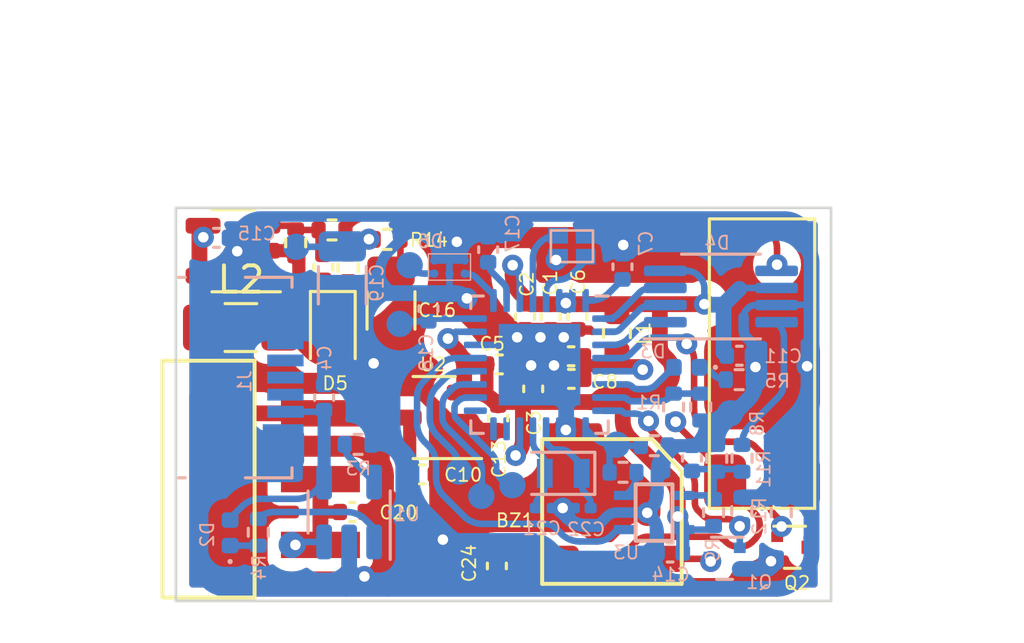
<source format=kicad_pcb>
(kicad_pcb (version 20211014) (generator pcbnew)
  (layers (0 "F.Cu" signal) (31 "B.Cu" signal) (34 "B.Paste" user) (35 "F.Paste" user) (36 "B.SilkS" user "B.Silkscreen") (37 "F.SilkS" user "F.Silkscreen") (38 "B.Mask" user) (39 "F.Mask" user) (44 "Edge.Cuts" user))
  (net 0 "")
  (net 1 "Net-(BZ1-Pad2)")
  (net 2 "+BATT")
  (net 3 "+2V8")
  (net 4 "Net-(C4-Pad1)")
  (net 5 "Net-(C23-Pad1)")
  (net 6 "Net-(D3-Pad1)")
  (net 7 "Net-(C12-Pad1)")
  (net 8 "Net-(C16-Pad2)")
  (net 9 "Net-(C9-Pad2)")
  (net 10 "/+SiPM")
  (net 11 "AIn")
  (net 12 "Vibro")
  (net 13 "Sync")
  (net 14 "Net-(C21-Pad1)")
  (net 15 "Sound")
  (net 16 "LED")
  (net 17 "Net-(D1-Pad28)")
  (net 18 "Net-(D1-Pad29)")
  (net 19 "Net-(D2-Pad1)")
  (net 20 "Net-(R4-Pad2)")
  (net 21 "A_CS")
  (net 22 "A_SCK")
  (net 23 "A_SDI")
  (net 24 "cmpAdj")
  (net 28 "Net-(R3-Pad1)")
  (net 29 "Net-(R7-Pad1)")
  (net 30 "GND")
  (net 31 "Net-(D1-Pad25)")
  (net 32 "/TxD")
  (net 33 "/B+")
  (net 34 "Net-(D6-PadA3)")
  (net 36 "HVAdj")
  (net 37 "batLev")
  (net 38 "Net-(M1-Pad1)")
  (net 39 "Net-(D5-Pad2)")
  (net 40 "Net-(C22-Pad1)")
  (net 41 "Net-(C7-Pad1)")
  (net 42 "Net-(C17-Pad1)")
  (net 43 "Net-(C18-Pad2)")
  (net 45 "/swd")
  (net 47 "/swc")
  (footprint "Capacitor_SMD:C_0402_1005Metric" (layer "F.Cu") (at 74.96 41.25 -90)
    (fp_text reference "C2")
    (fp_text value "22u")
  )
  (footprint "Capacitor_SMD:C_0402_1005Metric" (layer "F.Cu") (at 73.89 50.72 90)
    (fp_text reference "C24")
    (fp_text value "22u")
  )
  (footprint "Capacitor_SMD:C_0402_1005Metric" (layer "F.Cu") (at 68.4 48.67)
    (fp_text reference "C20")
    (fp_text value "22u")
  )
  (footprint "Capacitor_SMD:C_0402_1005Metric" (layer "F.Cu") (at 76.72 43.61 180)
    (fp_text reference "C8")
    (fp_text value "22u")
  )
  (footprint "Package_TO_SOT_SMD:SOT-23-3" (layer "F.Cu") (at 71.51 45.08 180)
    (fp_text reference "U2")
    (fp_text value "MCP1700")
  )
  (footprint "Capacitor_SMD:C_0402_1005Metric" (layer "F.Cu") (at 76.95 41.25 -90)
    (fp_text reference "C6")
    (fp_text value "22u")
  )
  (footprint "My-library:VibroMotor" (layer "F.Cu") (at 83.96 47.53 180)
    (fp_text reference "M1" hide)
    (fp_text value "VibroMotor")
  )
  (footprint "Capacitor_SMD:C_0402_1005Metric" (layer "F.Cu") (at 73.94 45.1 -90)
    (fp_text reference "C13")
    (fp_text value "22u")
  )
  (footprint "Resistor_SMD:R_0402_1005Metric" (layer "F.Cu") (at 69.72 38.31 180)
    (fp_text reference "R14")
    (fp_text value "1k")
  )
  (footprint "Capacitor_SMD:C_0402_1005Metric" (layer "F.Cu") (at 75.93 41.25 -90)
    (fp_text reference "C1")
    (fp_text value "22u")
  )
  (footprint "Capacitor_SMD:C_0402_1005Metric" (layer "F.Cu") (at 76.71 42.75 180)
    (fp_text reference "C23" hide)
    (fp_text value "22u")
  )
  (footprint "Resistor_SMD:R_0402_1005Metric" (layer "F.Cu") (at 66.25 38.44 -90)
    (fp_text reference "R15" hide)
    (fp_text value "4.3M")
  )
  (footprint "Inductor_SMD:L_0603_1608Metric" (layer "F.Cu") (at 78.45 41.88 -90)
    (fp_text reference "L1")
    (fp_text value "10uH")
  )
  (footprint "Capacitor_SMD:C_0402_1005Metric" (layer "F.Cu") (at 73.99 43.06)
    (fp_text reference "C5")
    (fp_text value "22u")
  )
  (footprint "Capacitor_SMD:C_0402_1005Metric" (layer "F.Cu") (at 67.3 39.37 90)
    (fp_text reference "C9" hide)
    (fp_text value "1.5p")
  )
  (footprint "Diode_SMD:D_SOD-323" (layer "F.Cu") (at 67.66 41.79 -90)
    (fp_text reference "D5")
    (fp_text value "BAT46JFILM")
  )
  (footprint "Capacitor_SMD:C_0402_1005Metric" (layer "F.Cu") (at 71.06 47.24)
    (fp_text reference "C10")
    (fp_text value "22u")
  )
  (footprint "Resistor_SMD:R_0402_1005Metric" (layer "F.Cu") (at 67.63 37.95)
    (fp_text reference "R13" hide)
    (fp_text value "100M")
  )
  (footprint "Capacitor_SMD:C_0402_1005Metric" (layer "F.Cu") (at 75.27 43.99 90)
    (fp_text reference "C3")
    (fp_text value "22u")
  )
  (footprint "My-library:Buzzer55x55" (layer "F.Cu") (at 78.26 48.65 90)
    (fp_text reference "BZ1")
    (fp_text value "Buzzer")
  )
  (footprint "Package_TO_SOT_SMD:SOT-23-5" (layer "F.Cu") (at 63.87 38.74 180)
    (fp_text reference "U4" hide)
    (fp_text value "AP3015KTR")
  )
  (footprint "Inductor_SMD:L_1206_3216Metric_Pad1.42x1.75mm_HandSolder" (layer "F.Cu") (at 64.17 41.66)
    (fp_text reference "L2")
    (fp_text value "22uH LQH31CN220K03L")
  )
  (footprint "Resistor_SMD:R_0402_1005Metric" (layer "F.Cu") (at 68.24 39.39 90)
    (fp_text reference "R16" hide)
    (fp_text value "100M")
  )
  (footprint "lib:MySwithc" (layer "F.Cu") (at 65.69 47.42)
    (fp_text reference "SW1" hide)
    (fp_text value "SW_DPDT_x2")
  )
  (footprint "Capacitor_SMD:C_1206_3216Metric" (layer "F.Cu") (at 69.87 41.01 90)
    (fp_text reference "C16")
    (fp_text value "22u C3216X5R1V226MTJ00E")
  )
  (footprint "My-library:SOT-723" (layer "F.Cu") (at 85.11 50.01)
    (fp_text reference "Q2")
    (fp_text value "RUM002N05")
  )
  (footprint "Resistor_SMD:R_0402_1005Metric" (layer "B.Cu") (at 80.6 44.68 90)
    (fp_text reference "R1")
    (fp_text value "510k")
  )
  (footprint "lib:conn_mini" (layer "B.Cu") (at 73.3 48.06 180)
    (fp_text reference "J4" hide)
    (fp_text value "Conn")
  )
  (footprint "Package_SO:MSOP-8_3x3mm_P0.65mm" (layer "B.Cu") (at 82.4 40.48)
    (fp_text reference "D4")
    (fp_text value "LTC1662CMS8")
  )
  (footprint "Resistor_SMD:R_0402_1005Metric" (layer "B.Cu") (at 83.09 43.64)
    (fp_text reference "R5")
    (fp_text value "1k")
  )
  (footprint "Capacitor_SMD:C_1206_3216Metric" (layer "B.Cu") (at 68.02 40.05 90)
    (fp_text reference "C19")
    (fp_text value "22u C3216X5R1V226MTJ00E")
  )
  (footprint "My-library:TLV320x-SC70" (layer "B.Cu") (at 79.86 48.69 90)
    (fp_text reference "U3")
    (fp_text value "TLV3201AIDCK")
  )
  (footprint "Capacitor_SMD:C_0402_1005Metric" (layer "B.Cu") (at 67.33 44.32 90)
    (fp_text reference "C4")
    (fp_text value "22u")
  )
  (footprint "Resistor_SMD:R_0402_1005Metric" (layer "B.Cu") (at 81.63 44.68 -90)
    (fp_text reference "R2" hide)
    (fp_text value "1M")
  )
  (footprint "Package_TO_SOT_SMD:SOT-23-5" (layer "B.Cu") (at 68.28 48.67 90)
    (fp_text reference "U1")
    (fp_text value "MCP73831")
  )
  (footprint "Resistor_SMD:R_0402_1005Metric" (layer "B.Cu") (at 78.68 47.16 180)
    (fp_text reference "R7" hide)
    (fp_text value "10k")
  )
  (footprint "lib:conn_mini" (layer "B.Cu") (at 66.27 38.59 -90)
    (fp_text reference "J11" hide)
    (fp_text value "Conn")
  )
  (footprint "Capacitor_SMD:C_0402_1005Metric" (layer "B.Cu") (at 71.29 40.94 -90)
    (fp_text reference "C18")
    (fp_text value "10n")
  )
  (footprint "lib:conn_mini" (layer "B.Cu") (at 78.44 46.11 -90)
    (fp_text reference "J8" hide)
    (fp_text value "Conn")
  )
  (footprint "Resistor_SMD:R_0402_1005Metric" (layer "B.Cu") (at 83.2 46.63 -90)
    (fp_text reference "R8")
    (fp_text value "10M")
  )
  (footprint "Resistor_SMD:R_0402_1005Metric" (layer "B.Cu") (at 64.83 49.44 90)
    (fp_text reference "R4")
    (fp_text value "220")
  )
  (footprint "lib:conn_mini" (layer "B.Cu") (at 82.75 44.92 180)
    (fp_text reference "J3" hide)
    (fp_text value "Conn")
  )
  (footprint "Capacitor_SMD:C_0402_1005Metric" (layer "B.Cu") (at 63.24 38.25 180)
    (fp_text reference "C15")
    (fp_text value "22u")
  )
  (footprint "Resistor_SMD:R_0402_1005Metric" (layer "B.Cu") (at 82.24 46.63 90)
    (fp_text reference "R10" hide)
    (fp_text value "75k")
  )
  (footprint "Connector_USB:USB_Micro-B_Molex_47346-0001" (layer "B.Cu") (at 64.4 43.56 90)
    (fp_text reference "J1")
    (fp_text value "USB_B_Micro")
  )
  (footprint "Capacitor_SMD:C_0402_1005Metric" (layer "B.Cu") (at 80.47 50.21 180)
    (fp_text reference "C14")
    (fp_text value "22u")
  )
  (footprint "My-library:C_0201_0603Metric" (layer "B.Cu") (at 77.13 48.52 180)
    (fp_text reference "C22")
    (fp_text value "10p")
  )
  (footprint "Capacitor_SMD:C_0402_1005Metric" (layer "B.Cu") (at 78.66 39.35 90)
    (fp_text reference "C7")
    (fp_text value "4.7u")
  )
  (footprint "Capacitor_SMD:C_0402_1005Metric" (layer "B.Cu") (at 73.56 38.7 90)
    (fp_text reference "C17")
    (fp_text value "4.7u")
  )
  (footprint "lib:conn_mini" (layer "B.Cu") (at 69.2 43.01 180)
    (fp_text reference "J10" hide)
    (fp_text value "Conn")
  )
  (footprint "Resistor_SMD:R_0402_1005Metric" (layer "B.Cu") (at 84.69 48.7 90)
    (fp_text reference "R12")
    (fp_text value "100k")
  )
  (footprint "lib:conn_mini" (layer "B.Cu") (at 74.48 47.65 180)
    (fp_text reference "J5" hide)
    (fp_text value "Conn")
  )
  (footprint "Resistor_SMD:R_0402_1005Metric" (layer "B.Cu") (at 79.87 46.15)
    (fp_text reference "R6" hide)
    (fp_text value "3k")
  )
  (footprint "lib:conn_mini" (layer "B.Cu") (at 72.45 47.13 180)
    (fp_text reference "J9" hide)
    (fp_text value "Conn")
  )
  (footprint "LED_SMD:LED_0402_1005Metric" (layer "B.Cu") (at 81.1 43.17 180)
    (fp_text reference "D3")
    (fp_text value "Green")
  )
  (footprint "lib:conn_mini" (layer "B.Cu") (at 70.58 39.29 180)
    (fp_text reference "J12" hide)
    (fp_text value "BTAnt")
  )
  (footprint "My-library:NX1612SA" (layer "B.Cu") (at 76.74 38.57 180)
    (fp_text reference "Y1" hide)
    (fp_text value "NX1612SA-32MHz")
  )
  (footprint "Resistor_SMD:R_0402_1005Metric" (layer "B.Cu") (at 83.19 48.62 90)
    (fp_text reference "R11")
    (fp_text value "100k")
  )
  (footprint "lib:conn_mini" (layer "B.Cu") (at 70.2 41.52 180)
    (fp_text reference "J2" hide)
    (fp_text value "Conn")
  )
  (footprint "My-library:SOT-723" (layer "B.Cu") (at 82.54 50.43 180)
    (fp_text reference "Q1")
    (fp_text value "RUM002N05")
  )
  (footprint "Capacitor_SMD:C_0402_1005Metric" (layer "B.Cu") (at 81.3 46.63 90)
    (fp_text reference "C12" hide)
    (fp_text value "10n")
  )
  (footprint "lib:conn_mini" (layer "B.Cu") (at 66.1 49.92 180)
    (fp_text reference "J6" hide)
    (fp_text value "Conn")
  )
  (footprint "Capacitor_SMD:C_0402_1005Metric" (layer "B.Cu") (at 83.1 42.73)
    (fp_text reference "C11")
    (fp_text value "22u")
  )
  (footprint "Package_DFN_QFN:QFN-32-1EP_5x5mm_P0.5mm_EP3.1x3.1mm" (layer "B.Cu") (at 75.51 43.07 180)
    (fp_text reference "D1" hide)
    (fp_text value "STM32WBA54KGUx")
  )
  (footprint "lib:conn_mini" (layer "B.Cu") (at 71.78 49.83 180)
    (fp_text reference "J7" hide)
    (fp_text value "Conn")
  )
  (footprint "LED_SMD:LED_0402_1005Metric" (layer "B.Cu") (at 63.76 49.4625 90)
    (fp_text reference "D2")
    (fp_text value "Red")
  )
  (footprint "Resistor_SMD:R_0402_1005Metric" (layer "B.Cu") (at 68.62 46.1)
    (fp_text reference "R3")
    (fp_text value "10k")
  )
  (footprint "Resistor_SMD:R_0402_1005Metric" (layer "B.Cu") (at 82.12 48.69 90)
    (fp_text reference "R9")
    (fp_text value "10M")
  )
  (footprint "My-library:MLPF-WB-04D3" (layer "B.Cu") (at 72.09 39.36 90)
    (fp_text reference "D6")
    (fp_text value "MLPF-WB-04D3")
  )
  (footprint "My-library:Crystal_SMD_2012-2Pin_2.0x1.2mm" (layer "B.Cu") (at 76.41 47.2 180)
    (fp_text reference "Y2" hide)
    (fp_text value "NX2012SA-32.768")
  )
  (footprint "My-library:C_0201_0603Metric" (layer "B.Cu") (at 75.69 48.52)
    (fp_text reference "C21")
    (fp_text value "10p")
  )
  (gr_line (start 86.58 52.05) (end 61.7 52.05) (layer "Edge.Cuts") (width 0.1))
  (gr_line (start 61.7 52.05) (end 61.7 37.11) (layer "Edge.Cuts") (width 0.1))
  (gr_line (start 86.58 37.11) (end 86.58 52.05) (layer "Edge.Cuts") (width 0.1))
  (gr_line (start 61.7 37.11) (end 86.58 37.11) (layer "Edge.Cuts") (width 0.1))
  (segment (start 81.72 50.45) (end 81.89 50.62) (width 0.25) (layer "F.Cu") (net 1))
  (segment (start 80.26 50.45) (end 81.72 50.45) (width 0.25) (layer "F.Cu") (net 1))
  (via (at 82.01 50.55) (size 0.8) (drill 0.4) (layers "F.Cu" "B.Cu") (net 1))
  (segment (start 71.591371 50.79) (end 72.658629 50.79) (width 0.25) (layer "F.Cu") (net 2))
  (segment (start 82.56 47.19) (end 82.56 47.53) (width 0.25) (layer "F.Cu") (net 2))
  (segment (start 64.057107 44.627107) (end 62.887893 43.457893) (width 0.6) (layer "F.Cu") (net 2))
  (segment (start 70.58 45.2875) (end 70.3725 45.08) (width 0.25) (layer "F.Cu") (net 2))
  (segment (start 70.5725 45.08) (end 68.54 45.08) (width 0.6) (layer "F.Cu") (net 2))
  (segment (start 73.89 50.24) (end 76.05 50.24) (width 0.6) (layer "F.Cu") (net 2))
  (segment (start 82.56 47.59) (end 82.56 47.53) (width 0.25) (layer "F.Cu") (net 2))
  (segment (start 73.871371 50.24) (end 73.89 50.24) (width 0.25) (layer "F.Cu") (net 2))
  (segment (start 70.924315 50.454315) (end 71.025686 50.555686) (width 0.25) (layer "F.Cu") (net 2))
  (segment (start 62.595 41.66) (end 62.595 37.9275) (width 0.6) (layer "F.Cu") (net 2))
  (segment (start 73.224315 50.555685) (end 73.305686 50.474314) (width 0.25) (layer "F.Cu") (net 2))
  (segment (start 76.05 50.24) (end 76.26 50.45) (width 0.25) (layer "F.Cu") (net 2))
  (segment (start 67.19 44.92) (end 64.764214 44.92) (width 0.6) (layer "F.Cu") (net 2))
  (segment (start 70.58 47.24) (end 70.58 45.2875) (width 0.5) (layer "F.Cu") (net 2))
  (segment (start 68.54 45.08) (end 68.36 44.9) (width 0.25) (layer "F.Cu") (net 2))
  (segment (start 79.618528 49.61) (end 82.151472 49.61) (width 0.25) (layer "F.Cu") (net 2))
  (segment (start 70.69 47.23) (end 70.69 49.888629) (width 0.25) (layer "F.Cu") (net 2))
  (segment (start 62.595 37.9275) (end 62.7325 37.79) (width 0.6) (layer "F.Cu") (net 2))
  (segment (start 82.575736 49.785736) (end 82.594264 49.804264) (width 0.25) (layer "F.Cu") (net 2))
  (segment (start 83.585736 49.804264) (end 83.694264 49.695736) (width 0.25) (layer "F.Cu") (net 2))
  (segment (start 80.54 45.17) (end 82.56 47.19) (width 0.25) (layer "F.Cu") (net 2))
  (segment (start 83.87 49.271472) (end 83.87 49.148528) (width 0.25) (layer "F.Cu") (net 2))
  (segment (start 76.26 50.45) (end 78.281472 50.45) (width 0.25) (layer "F.Cu") (net 2))
  (segment (start 62.595 42.750786) (end 62.595 41.66) (width 0.6) (layer "F.Cu") (net 2))
  (segment (start 62.7425 37.85) (end 62.7425 38.2275) (width 0.6) (layer "F.Cu") (net 2))
  (segment (start 83.018528 49.98) (end 83.161472 49.98) (width 0.25) (layer "F.Cu") (net 2))
  (segment (start 78.705736 50.274264) (end 79.194264 49.785736) (width 0.25) (layer "F.Cu") (net 2))
  (segment (start 83.694264 48.724264) (end 82.56 47.59) (width 0.25) (layer "F.Cu") (net 2))
  (via (at 62.7425 38.2275) (size 0.8) (drill 0.4) (layers "F.Cu" "B.Cu") (net 2))
  (via (at 80.68 45.24) (size 0.8) (drill 0.4) (layers "F.Cu" "B.Cu") (net 2))
  (arc (start 78.281472 50.45) (mid 78.511082 50.404328) (end 78.705736 50.274264) (width 0.25) (layer "F.Cu") (net 2))
  (arc (start 83.694264 48.724264) (mid 83.824328 48.918918) (end 83.87 49.148528) (width 0.25) (layer "F.Cu") (net 2))
  (arc (start 64.764214 44.92) (mid 64.381531 44.84388) (end 64.057107 44.627107) (width 0.6) (layer "F.Cu") (net 2))
  (arc (start 83.161472 49.98) (mid 83.391082 49.934328) (end 83.585736 49.804264) (width 0.25) (layer "F.Cu") (net 2))
  (arc (start 83.018528 49.98) (mid 82.788918 49.934328) (end 82.594264 49.804264) (width 0.25) (layer "F.Cu") (net 2))
  (arc (start 82.151472 49.61) (mid 82.381082 49.655672) (end 82.575736 49.785736) (width 0.25) (layer "F.Cu") (net 2))
  (arc (start 71.591371 50.79) (mid 71.285225 50.729104) (end 71.025686 50.555686) (width 0.25) (layer "F.Cu") (net 2))
  (arc (start 79.194264 49.785736) (mid 79.388918 49.655672) (end 79.618528 49.61) (width 0.25) (layer "F.Cu") (net 2))
  (arc (start 72.658629 50.79) (mid 72.964776 50.729103) (end 73.224315 50.555685) (width 0.25) (layer "F.Cu") (net 2))
  (arc (start 70.69 49.888629) (mid 70.750897 50.194776) (end 70.924315 50.454315) (width 0.25) (layer "F.Cu") (net 2))
  (arc (start 73.305686 50.474314) (mid 73.565225 50.300896) (end 73.871371 50.24) (width 0.25) (layer "F.Cu") (net 2))
  (arc (start 62.595 42.750786) (mid 62.67112 43.133469) (end 62.887893 43.457893) (width 0.6) (layer "F.Cu") (net 2))
  (arc (start 83.87 49.271472) (mid 83.824328 49.501082) (end 83.694264 49.695736) (width 0.25) (layer "F.Cu") (net 2))
  (segment (start 78.055685 44.22) (end 78.53 44.22) (width 0.6) (layer "F.Cu") (net 3))
  (segment (start 73.49 43.04) (end 73.51 43.06) (width 0.6) (layer "F.Cu") (net 3))
  (segment (start 76.92 40.77) (end 76.96 40.73) (width 0.25) (layer "F.Cu") (net 3))
  (segment (start 74.645685 46.474315) (end 74.6 46.52) (width 0.6) (layer "F.Cu") (net 3))
  (segment (start 80.55 43.431472) (end 80.55 43.288528) (width 0.6) (layer "F.Cu") (net 3))
  (segment (start 80.19 40.77) (end 81.77 40.77) (width 0.6) (layer "F.Cu") (net 3))
  (segment (start 73.51 43.06) (end 73.51 44.19) (width 0.5) (layer "F.Cu") (net 3))
  (segment (start 74.88 44.54) (end 74.88 45.908629) (width 0.6) (layer "F.Cu") (net 3))
  (segment (start 73.742893 44.422893) (end 73.94 44.62) (width 0.6) (layer "F.Cu") (net 3))
  (segment (start 77.454315 44.49) (end 78.54 44.49) (width 0.6) (layer "F.Cu") (net 3))
  (segment (start 74.93 44.49) (end 77.454315 44.49) (width 0.6) (layer "F.Cu") (net 3))
  (segment (start 80.185736 44.044264) (end 80.374264 43.855736) (width 0.6) (layer "F.Cu") (net 3))
  (segment (start 78.53 44.22) (end 79.761472 44.22) (width 0.6) (layer "F.Cu") (net 3))
  (segment (start 75.93 40.77) (end 76.92 40.77) (width 0.6) (layer "F.Cu") (net 3))
  (segment (start 75.19 40.77) (end 74.782893 40.362893) (width 0.6) (layer "F.Cu") (net 3))
  (segment (start 74.93 44.49) (end 73.988528 44.49) (width 0.6) (layer "F.Cu") (net 3))
  (segment (start 78.53 44.22) (end 78.67 44.36) (width 0.6) (layer "F.Cu") (net 3))
  (segment (start 72.6475 44.13) (end 72.6475 43.211714) (width 0.6) (layer "F.Cu") (net 3))
  (segment (start 74.93 44.49) (end 74.88 44.54) (width 0.6) (layer "F.Cu") (net 3))
  (segment (start 80.08 40.88) (end 80.19 40.77) (width 0.6) (layer "F.Cu") (net 3))
  (segment (start 72.354607 42.504607) (end 72 42.15) (width 0.6) (layer "F.Cu") (net 3))
  (segment (start 80.08 42.321472) (end 80.08 40.88) (width 0.6) (layer "F.Cu") (net 3))
  (segment (start 80.374264 42.864264) (end 80.255736 42.745736) (width 0.6) (layer "F.Cu") (net 3))
  (segment (start 78.67 44.36) (end 78.67 45.185786) (width 0.6) (layer "F.Cu") (net 3))
  (segment (start 78.54 44.49) (end 78.67 44.36) (width 0.6) (layer "F.Cu") (net 3))
  (segment (start 72.6475 44.13) (end 73.035786 44.13) (width 0.6) (layer "F.Cu") (net 3))
  (segment (start 80.76 48.104214) (end 80.76 48.84) (width 0.6) (layer "F.Cu") (net 3))
  (segment (start 72.617107 42.767107) (end 72.354607 42.504607) (width 0.5) (layer "F.Cu") (net 3))
  (segment (start 73.51 43.06) (end 73.324214 43.06) (width 0.5) (layer "F.Cu") (net 3))
  (segment (start 74.49 39.655786) (end 74.49 39.29) (width 0.6) (layer "F.Cu") (net 3))
  (segment (start 73.51 44.19) (end 73.742893 44.422893) (width 0.25) (layer "F.Cu") (net 3))
  (segment (start 75.93 40.77) (end 75.19 40.77) (width 0.6) (layer "F.Cu") (net 3))
  (segment (start 76.95 40.77) (end 80.19 40.77) (width 0.6) (layer "F.Cu") (net 3))
  (segment (start 78.962893 45.892893) (end 80.467107 47.397107) (width 0.6) (layer "F.Cu") (net 3))
  (segment (start 77.737158 44.372842) (end 77.772843 44.337157) (width 0.6) (layer "F.Cu") (net 3))
  (via (at 74.49 39.29) (size 0.8) (drill 0.4) (layers "F.Cu" "B.Cu") (net 3))
  (via (at 80.76 48.84) (size 0.8) (drill 0.4) (layers "F.Cu" "B.Cu") (net 3))
  (via (at 74.6 46.52) (size 0.8) (drill 0.4) (layers "F.Cu" "B.Cu") (net 3))
  (via (at 81.77 40.77) (size 0.8) (drill 0.4) (layers "F.Cu" "B.Cu") (net 3))
  (via (at 72.03 42.08) (size 0.8) (drill 0.4) (layers "F.Cu" "B.Cu") (net 3))
  (via (at 76.51 40.73) (size 0.8) (drill 0.4) (layers "F.Cu" "B.Cu") (net 3))
  (arc (start 78.67 45.185786) (mid 78.74612 45.568469) (end 78.962893 45.892893) (width 0.6) (layer "F.Cu") (net 3))
  (arc (start 80.255736 42.745736) (mid 80.125672 42.551082) (end 80.08 42.321472) (width 0.6) (layer "F.Cu") (net 3))
  (arc (start 73.742893 44.422893) (mid 73.41847 44.20612) (end 73.035786 44.13) (width 0.6) (layer "F.Cu") (net 3))
  (arc (start 77.772843 44.337157) (mid 77.902612 44.250448) (end 78.055685 44.22) (width 0.6) (layer "F.Cu") (net 3))
  (arc (start 74.645685 46.474315) (mid 74.819104 46.214776) (end 74.88 45.908629) (width 0.6) (layer "F.Cu") (net 3))
  (arc (start 80.55 43.288528) (mid 80.504328 43.058918) (end 80.374264 42.864264) (width 0.6) (layer "F.Cu") (net 3))
  (arc (start 73.324214 43.06) (mid 72.941531 42.98388) (end 72.617107 42.767107) (width 0.5) (layer "F.Cu") (net 3))
  (arc (start 77.454315 44.49) (mid 77.607389 44.459552) (end 77.737158 44.372842) (width 0.6) (layer "F.Cu") (net 3))
  (arc (start 79.761472 44.22) (mid 79.991082 44.174328) (end 80.185736 44.044264) (width 0.6) (layer "F.Cu") (net 3))
  (arc (start 74.49 39.655786) (mid 74.56612 40.038469) (end 74.782893 40.362893) (width 0.6) (layer "F.Cu") (net 3))
  (arc (start 80.374264 43.855736) (mid 80.504328 43.661082) (end 80.55 43.431472) (width 0.6) (layer "F.Cu") (net 3))
  (arc (start 72.354607 42.504607) (mid 72.57138 42.82903) (end 72.6475 43.211714) (width 0.6) (layer "F.Cu") (net 3))
  (arc (start 80.467107 47.397107) (mid 80.68388 47.72153) (end 80.76 48.104214) (width 0.6) (layer "F.Cu") (net 3))
  (segment (start 80.1575 39.495) (end 80.630786 39.495) (width 0.25) (layer "B.Cu") (net 3))
  (segment (start 74.76 40.6325) (end 74.76 39.891371) (width 0.25) (layer "B.Cu") (net 3))
  (segment (start 82.5 42.61) (end 82.583604 42.693604) (width 0.6) (layer "B.Cu") (net 3))
  (segment (start 80.2875 39.505) (end 81.106472 39.505) (width 0.25) (layer "B.Cu") (net 3))
  (segment (start 81.98 49.34) (end 82.12 49.2) (width 0.25) (layer "B.Cu") (net 3))
  (segment (start 84.5125 40.155) (end 83.135 40.155) (width 0.25) (layer "B.Cu") (net 3))
  (segment (start 72.33 41.82) (end 72 42.15) (width 0.25) (layer "B.Cu") (net 3))
  (segment (start 82.5 40.79) (end 81.79 40.79) (width 0.6) (layer "B.Cu") (net 3))
  (segment (start 73.0725 41.82) (end 72.33 41.82) (width 0.25) (layer "B.Cu") (net 3))
  (segment (start 81.530736 39.680736) (end 81.594264 39.744264) (width 0.25) (layer "B.Cu") (net 3))
  (segment (start 80.96 49.34) (end 81.98 49.34) (width 0.25) (layer "B.Cu") (net 3))
  (segment (start 74.76 45.5075) (end 74.76 46.36) (width 0.25) (layer "B.Cu") (net 3))
  (segment (start 80.774264 48.854264) (end 80.76 48.84) (width 0.5) (layer "B.Cu") (net 3))
  (segment (start 81.77 40.168528) (end 81.77 40.77) (width 0.25) (layer "B.Cu") (net 3))
  (segment (start 83.135 40.155) (end 83.1 40.19) (width 0.25) (layer "B.Cu") (net 3))
  (segment (start 82.5 40.79) (end 82.5 42.61) (width 0.6) (layer "B.Cu") (net 3))
  (segment (start 74.76 46.36) (end 74.6 46.52) (width 0.25) (layer "B.Cu") (net 3))
  (segment (start 80.95 50.15) (end 80.95 49.278528) (width 0.5) (layer "B.Cu") (net 3))
  (segment (start 74.525685 39.325685) (end 74.49 39.29) (width 0.25) (layer "B.Cu") (net 3))
  (segment (start 76.26 40.6325) (end 76.5075 40.6325) (width 0.25) (layer "B.Cu") (net 3))
  (segment (start 76.5075 40.6325) (end 76.76 40.6325) (width 0.25) (layer "B.Cu") (net 3))
  (segment (start 82.5 40.79) (end 83.1 40.19) (width 0.6) (layer "B.Cu") (net 3))
  (segment (start 81.79 40.79) (end 81.77 40.77) (width 0.6) (layer "B.Cu") (net 3))
  (arc (start 81.594264 39.744264) (mid 81.724328 39.938918) (end 81.77 40.168528) (width 0.25) (layer "B.Cu") (net 3))
  (arc (start 74.525685 39.325685) (mid 74.699104 39.585224) (end 74.76 39.891371) (width 0.25) (layer "B.Cu") (net 3))
  (arc (start 80.95 49.278528) (mid 80.904328 49.048918) (end 80.774264 48.854264) (width 0.5) (layer "B.Cu") (net 3))
  (arc (start 81.530736 39.680736) (mid 81.336082 39.550672) (end 81.106472 39.505) (width 0.25) (layer "B.Cu") (net 3))
  (segment (start 66.985393 47.877107) (end 67.33 47.5325) (width 0.25) (layer "B.Cu") (net 4))
  (segment (start 63.76 48.91) (end 64.207107 48.462893) (width 0.25) (layer "B.Cu") (net 4))
  (segment (start 65.86 44.86) (end 67.27 44.86) (width 0.25) (layer "B.Cu") (net 4))
  (segment (start 63.76 48.9775) (end 63.76 48.91) (width 0.25) (layer "B.Cu") (net 4))
  (segment (start 64.914214 48.17) (end 66.278286 48.17) (width 0.25) (layer "B.Cu") (net 4))
  (segment (start 67.33 44.8) (end 67.33 47.5325) (width 0.5) (layer "B.Cu") (net 4))
  (arc (start 64.207107 48.462893) (mid 64.53153 48.24612) (end 64.914214 48.17) (width 0.25) (layer "B.Cu") (net 4))
  (arc (start 66.985393 47.877107) (mid 66.66097 48.09388) (end 66.278286 48.17) (width 0.25) (layer "B.Cu") (net 4))
  (segment (start 77.19 42.75) (end 77.19 43.11) (width 0.5) (layer "F.Cu") (net 5))
  (segment (start 78.16 43.11) (end 78.46 43.11) (width 0.5) (layer "F.Cu") (net 5))
  (segment (start 77.19 43.6) (end 77.2 43.61) (width 0.25) (layer "F.Cu") (net 5))
  (segment (start 78.46 43.11) (end 78.46 42.5575) (width 0.5) (layer "F.Cu") (net 5))
  (segment (start 79.28 43.11) (end 79.43 43.26) (width 0.5) (layer "F.Cu") (net 5))
  (segment (start 77.19 43.11) (end 77.19 43.6) (width 0.5) (layer "F.Cu") (net 5))
  (segment (start 78.46 42.5575) (end 78.45 42.5475) (width 0.5) (layer "F.Cu") (net 5))
  (segment (start 78.46 43.11) (end 79.28 43.11) (width 0.5) (layer "F.Cu") (net 5))
  (segment (start 77.19 43.11) (end 78.16 43.11) (width 0.5) (layer "F.Cu") (net 5))
  (via (at 79.43 43.26) (size 0.8) (drill 0.4) (layers "F.Cu" "B.Cu") (net 5))
  (segment (start 77.9475 43.32) (end 79.36 43.32) (width 0.25) (layer "B.Cu") (net 5))
  (segment (start 79.36 43.32) (end 79.57 43.11) (width 0.25) (layer "B.Cu") (net 5))
  (segment (start 82.015736 43.345736) (end 82.134264 43.464264) (width 0.25) (layer "B.Cu") (net 6))
  (segment (start 81.585 43.17) (end 81.591472 43.17) (width 0.25) (layer "B.Cu") (net 6))
  (segment (start 82.558528 43.64) (end 82.58 43.64) (width 0.25) (layer "B.Cu") (net 6))
  (arc (start 82.134264 43.464264) (mid 82.328918 43.594328) (end 82.558528 43.64) (width 0.25) (layer "B.Cu") (net 6))
  (arc (start 81.591472 43.17) (mid 81.821082 43.215672) (end 82.015736 43.345736) (width 0.25) (layer "B.Cu") (net 6))
  (segment (start 82.12 48.18) (end 82.12 47.26) (width 0.25) (layer "B.Cu") (net 7))
  (segment (start 82.12 47.26) (end 82.24 47.14) (width 0.25) (layer "B.Cu") (net 7))
  (segment (start 81.98 48.04) (end 82.12 48.18) (width 0.25) (layer "B.Cu") (net 7))
  (segment (start 80.96 48.04) (end 81.98 48.04) (width 0.25) (layer "B.Cu") (net 7))
  (segment (start 81.33 47.04) (end 81.32 47.03) (width 0.25) (layer "B.Cu") (net 7))
  (segment (start 83.27 47.04) (end 81.33 47.04) (width 0.25) (layer "B.Cu") (net 7))
  (segment (start 69.675 39.91) (end 70.05 39.535) (width 0.25) (layer "F.Cu") (net 8))
  (segment (start 70.05 39.535) (end 69.127893 40.457107) (width 0.4) (layer "F.Cu") (net 8))
  (segment (start 68.36 39.91) (end 69.675 39.91) (width 0.25) (layer "F.Cu") (net 8))
  (segment (start 70.23 39.355) (end 70.05 39.535) (width 0.25) (layer "F.Cu") (net 8))
  (segment (start 68.420786 40.75) (end 67.66 40.75) (width 0.4) (layer "F.Cu") (net 8))
  (segment (start 70.23 38.31) (end 70.23 39.355) (width 0.25) (layer "F.Cu") (net 8))
  (segment (start 67.66 40.75) (end 67.65 40.76) (width 0.4) (layer "F.Cu") (net 8))
  (segment (start 68.36 39.91) (end 67.46 39.91) (width 0.25) (layer "F.Cu") (net 8))
  (segment (start 67.46 39.91) (end 67.41 39.86) (width 0.25) (layer "F.Cu") (net 8))
  (arc (start 69.127893 40.457107) (mid 68.80347 40.67388) (end 68.420786 40.75) (width 0.4) (layer "F.Cu") (net 8))
  (segment (start 66.25 37.83) (end 66.29 37.79) (width 0.25) (layer "F.Cu") (net 9))
  (segment (start 67.12 37.95) (end 66.27 37.95) (width 0.25) (layer "F.Cu") (net 9))
  (segment (start 67.12 38.71) (end 67.3 38.89) (width 0.25) (layer "F.Cu") (net 9))
  (segment (start 66.27 37.95) (end 66.25 37.93) (width 0.25) (layer "F.Cu") (net 9))
  (segment (start 67.3 38.89) (end 68.23 38.89) (width 0.25) (layer "F.Cu") (net 9))
  (segment (start 68.23 38.89) (end 68.24 38.88) (width 0.25) (layer "F.Cu") (net 9))
  (segment (start 66.25 37.93) (end 66.25 37.83) (width 0.25) (layer "F.Cu") (net 9))
  (segment (start 67.12 37.95) (end 67.12 38.71) (width 0.25) (layer "F.Cu") (net 9))
  (segment (start 65.0075 37.79) (end 66.29 37.79) (width 0.25) (layer "F.Cu") (net 9))
  (via (at 69.03 38.3) (size 0.8) (drill 0.4) (layers "F.Cu" "B.Cu") (net 10))
  (segment (start 68.005 38.59) (end 68.02 38.575) (width 0.25) (layer "B.Cu") (net 10))
  (segment (start 69.14 38.24) (end 68.355 38.24) (width 0.25) (layer "B.Cu") (net 10))
  (segment (start 66.27 38.59) (end 68.005 38.59) (width 0.25) (layer "B.Cu") (net 10))
  (segment (start 68.355 38.24) (end 68.02 38.575) (width 0.25) (layer "B.Cu") (net 10))
  (segment (start 78.17 46.38) (end 78.44 46.11) (width 0.25) (layer "B.Cu") (net 11))
  (segment (start 78.17 47.16) (end 78.17 46.38) (width 0.25) (layer "B.Cu") (net 11))
  (segment (start 79.36 46.15) (end 78.48 46.15) (width 0.25) (layer "B.Cu") (net 11))
  (segment (start 78.48 46.15) (end 78.44 46.11) (width 0.25) (layer "B.Cu") (net 11))
  (segment (start 77.569607 45.817107) (end 77.26 45.5075) (width 0.25) (layer "B.Cu") (net 11))
  (segment (start 78.44 46.11) (end 78.276714 46.11) (width 0.25) (layer "B.Cu") (net 11))
  (arc (start 77.569607 45.817107) (mid 77.89403 46.03388) (end 78.276714 46.11) (width 0.25) (layer "B.Cu") (net 11))
  (segment (start 83.685736 46.175736) (end 83.984264 46.474264) (width 0.25) (layer "F.Cu") (net 12))
  (segment (start 81.614314 45.344314) (end 81.977107 45.707107) (width 0.25) (layer "F.Cu") (net 12))
  (segment (start 81.1 42.28) (end 81.145685 42.325685) (width 0.25) (layer "F.Cu") (net 12))
  (segment (start 84.535 49.61) (end 84.535 49.385) (width 0.25) (layer "F.Cu") (net 12))
  (segment (start 84.452893 48.792893) (end 84.7 49.04) (width 0.25) (layer "F.Cu") (net 12))
  (segment (start 82.684214 46) (end 83.261472 46) (width 0.25) (layer "F.Cu") (net 12))
  (segment (start 84.535 49.385) (end 84.7 49.22) (width 0.25) (layer "F.Cu") (net 12))
  (segment (start 84.16 46.898528) (end 84.16 48.085786) (width 0.25) (layer "F.Cu") (net 12))
  (segment (start 84.7 49.04) (end 84.7 49.22) (width 0.25) (layer "F.Cu") (net 12))
  (segment (start 81.38 42.891371) (end 81.38 44.778629) (width 0.25) (layer "F.Cu") (net 12))
  (via (at 84.7 49.22) (size 0.8) (drill 0.4) (layers "F.Cu" "B.Cu") (net 12))
  (via (at 81.1 42.28) (size 0.8) (drill 0.4) (layers "F.Cu" "B.Cu") (net 12))
  (arc (start 83.261472 46) (mid 83.491082 46.045672) (end 83.685736 46.175736) (width 0.25) (layer "F.Cu") (net 12))
  (arc (start 84.452893 48.792893) (mid 84.23612 48.46847) (end 84.16 48.085786) (width 0.25) (layer "F.Cu") (net 12))
  (arc (start 81.145685 42.325685) (mid 81.319103 42.585224) (end 81.38 42.891371) (width 0.25) (layer "F.Cu") (net 12))
  (arc (start 81.38 44.778629) (mid 81.440896 45.084775) (end 81.614314 45.344314) (width 0.25) (layer "F.Cu") (net 12))
  (arc (start 83.984264 46.474264) (mid 84.114328 46.668918) (end 84.16 46.898528) (width 0.25) (layer "F.Cu") (net 12))
  (arc (start 81.977107 45.707107) (mid 82.301531 45.92388) (end 82.684214 46) (width 0.25) (layer "F.Cu") (net 12))
  (segment (start 77.9475 42.82) (end 78.592893 42.82) (width 0.25) (layer "B.Cu") (net 12))
  (segment (start 81.08 42.26) (end 81.1 42.28) (width 0.25) (layer "B.Cu") (net 12))
  (segment (start 80.86 42.04) (end 81.08 42.26) (width 0.25) (layer "B.Cu") (net 12))
  (segment (start 79.828528 42.04) (end 80.86 42.04) (width 0.25) (layer "B.Cu") (net 12))
  (segment (start 78.946447 42.673553) (end 79.404264 42.215736) (width 0.25) (layer "B.Cu") (net 12))
  (arc (start 79.404264 42.215736) (mid 79.598918 42.085672) (end 79.828528 42.04) (width 0.25) (layer "B.Cu") (net 12))
  (arc (start 78.592893 42.82) (mid 78.784235 42.78194) (end 78.946447 42.673553) (width 0.25) (layer "B.Cu") (net 12))
  (segment (start 78.46 49.34) (end 78.76 49.34) (width 0.25) (layer "B.Cu") (net 13))
  (segment (start 71.58 46.854214) (end 71.58 47.355786) (width 0.25) (layer "B.Cu") (net 13))
  (segment (start 71.152893 46.012893) (end 71.287107 46.147107) (width 0.25) (layer "B.Cu") (net 13))
  (segment (start 71.872893 48.062893) (end 72.637107 48.827107) (width 0.25) (layer "B.Cu") (net 13))
  (segment (start 76.135736 49.295736) (end 76.337107 49.497107) (width 0.25) (layer "B.Cu") (net 13))
  (segment (start 71.765685 43.054315) (end 71.094314 43.725686) (width 0.25) (layer "B.Cu") (net 13))
  (segment (start 73.0725 42.82) (end 72.331371 42.82) (width 0.25) (layer "B.Cu") (net 13))
  (segment (start 78.244315 49.555685) (end 78.46 49.34) (width 0.25) (layer "B.Cu") (net 13))
  (segment (start 70.86 44.291371) (end 70.86 45.305786) (width 0.25) (layer "B.Cu") (net 13))
  (segment (start 73.344214 49.12) (end 75.711472 49.12) (width 0.25) (layer "B.Cu") (net 13))
  (segment (start 77.044214 49.79) (end 77.678629 49.79) (width 0.25) (layer "B.Cu") (net 13))
  (arc (start 72.637107 48.827107) (mid 72.96153 49.04388) (end 73.344214 49.12) (width 0.25) (layer "B.Cu") (net 13))
  (arc (start 71.094314 43.725686) (mid 70.920896 43.985225) (end 70.86 44.291371) (width 0.25) (layer "B.Cu") (net 13))
  (arc (start 75.711472 49.12) (mid 75.941082 49.165672) (end 76.135736 49.295736) (width 0.25) (layer "B.Cu") (net 13))
  (arc (start 70.86 45.305786) (mid 70.93612 45.688469) (end 71.152893 46.012893) (width 0.25) (layer "B.Cu") (net 13))
  (arc (start 77.678629 49.79) (mid 77.984776 49.729103) (end 78.244315 49.555685) (width 0.25) (layer "B.Cu") (net 13))
  (arc (start 71.58 47.355786) (mid 71.65612 47.73847) (end 71.872893 48.062893) (width 0.25) (layer "B.Cu") (net 13))
  (arc (start 71.287107 46.147107) (mid 71.50388 46.471531) (end 71.58 46.854214) (width 0.25) (layer "B.Cu") (net 13))
  (arc (start 76.337107 49.497107) (mid 76.661531 49.71388) (end 77.044214 49.79) (width 0.25) (layer "B.Cu") (net 13))
  (arc (start 72.331371 42.82) (mid 72.025224 42.880897) (end 71.765685 43.054315) (width 0.25) (layer "B.Cu") (net 13))
  (segment (start 75.26 45.5075) (end 75.26 45.992893) (width 0.25) (layer "B.Cu") (net 14))
  (segment (start 75.71 46.857107) (end 75.71 47.31) (width 0.25) (layer "B.Cu") (net 14))
  (segment (start 75.71 47.2) (end 75.71 47.682893) (width 0.25) (layer "B.Cu") (net 14))
  (segment (start 75.563553 48.036447) (end 75.516446 48.083554) (width 0.25) (layer "B.Cu") (net 14))
  (segment (start 75.406447 46.346447) (end 75.563554 46.503554) (width 0.25) (layer "B.Cu") (net 14))
  (segment (start 75.37 48.437107) (end 75.37 48.52) (width 0.25) (layer "B.Cu") (net 14))
  (segment (start 75.71 47.31) (end 75.71 47.315786) (width 0.25) (layer "B.Cu") (net 14))
  (arc (start 75.71 47.682893) (mid 75.67194 47.874235) (end 75.563553 48.036447) (width 0.25) (layer "B.Cu") (net 14))
  (arc (start 75.406447 46.346447) (mid 75.29806 46.184235) (end 75.26 45.992893) (width 0.25) (layer "B.Cu") (net 14))
  (arc (start 75.71 46.857107) (mid 75.67194 46.665766) (end 75.563554 46.503554) (width 0.25) (layer "B.Cu") (net 14))
  (arc (start 75.516446 48.083554) (mid 75.40806 48.245766) (end 75.37 48.437107) (width 0.25) (layer "B.Cu") (net 14))
  (segment (start 82.632893 48.94) (end 82.067107 48.94) (width 0.25) (layer "F.Cu") (net 15))
  (segment (start 83.11 49.21) (end 82.986447 49.086447) (width 0.25) (layer "F.Cu") (net 15))
  (segment (start 79.65 45.48) (end 79.65 45.21) (width 0.25) (layer "F.Cu") (net 15))
  (segment (start 81.41 48.324315) (end 81.41 47.654214) (width 0.25) (layer "F.Cu") (net 15))
  (segment (start 81.117107 46.947107) (end 79.65 45.48) (width 0.25) (layer "F.Cu") (net 15))
  (segment (start 81.713554 48.793554) (end 81.527158 48.607158) (width 0.25) (layer "F.Cu") (net 15))
  (via (at 79.65 45.21) (size 0.8) (drill 0.4) (layers "F.Cu" "B.Cu") (net 15))
  (via (at 83.11 49.21) (size 0.8) (drill 0.4) (layers "F.Cu" "B.Cu") (net 15))
  (arc (start 82.986447 49.086447) (mid 82.824235 48.97806) (end 82.632893 48.94) (width 0.25) (layer "F.Cu") (net 15))
  (arc (start 81.41 47.654214) (mid 81.33388 47.27153) (end 81.117107 46.947107) (width 0.25) (layer "F.Cu") (net 15))
  (arc (start 81.527158 48.607158) (mid 81.440449 48.477389) (end 81.41 48.324315) (width 0.25) (layer "F.Cu") (net 15))
  (arc (start 82.067107 48.94) (mid 81.875766 48.90194) (end 81.713554 48.793554) (width 0.25) (layer "F.Cu") (net 15))
  (segment (start 78.781421 44.93) (end 79.111472 44.93) (width 0.25) (layer "B.Cu") (net 15))
  (segment (start 77.9475 44.82) (end 78.588579 44.82) (width 0.25) (layer "B.Cu") (net 15))
  (segment (start 83.115 49.215) (end 83.11 49.21) (width 0.25) (layer "B.Cu") (net 15))
  (segment (start 78.65929 44.84929) (end 78.710711 44.900711) (width 0.25) (layer "B.Cu") (net 15))
  (segment (start 79.535736 45.105736) (end 79.65 45.22) (width 0.25) (layer "B.Cu") (net 15))
  (segment (start 83.115 50.03) (end 83.115 49.215) (width 0.25) (layer "B.Cu") (net 15))
  (arc (start 78.781421 44.93) (mid 78.743153 44.922388) (end 78.710711 44.900711) (width 0.25) (layer "B.Cu") (net 15))
  (arc (start 79.535736 45.105736) (mid 79.341082 44.975672) (end 79.111472 44.93) (width 0.25) (layer "B.Cu") (net 15))
  (arc (start 78.588579 44.82) (mid 78.626848 44.827612) (end 78.65929 44.84929) (width 0.25) (layer "B.Cu") (net 15))
  (segment (start 77.9475 43.82) (end 78.815736 43.82) (width 0.25) (layer "B.Cu") (net 16))
  (segment (start 79.244264 44) (end 79.521472 44) (width 0.25) (layer "B.Cu") (net 16))
  (segment (start 79.027868 43.907868) (end 79.032132 43.912132) (width 0.25) (layer "B.Cu") (net 16))
  (segment (start 80.6 43.17) (end 80.615 43.17) (width 0.25) (layer "B.Cu") (net 16))
  (segment (start 79.945736 43.824264) (end 80.6 43.17) (width 0.25) (layer "B.Cu") (net 16))
  (arc (start 79.521472 44) (mid 79.751082 43.954328) (end 79.945736 43.824264) (width 0.25) (layer "B.Cu") (net 16))
  (arc (start 78.815736 43.82) (mid 78.930541 43.842836) (end 79.027868 43.907868) (width 0.25) (layer "B.Cu") (net 16))
  (arc (start 79.244264 44) (mid 79.129459 43.977164) (end 79.032132 43.912132) (width 0.25) (layer "B.Cu") (net 16))
  (segment (start 75.26 40.6325) (end 75.26 39.031371) (width 0.25) (layer "B.Cu") (net 17))
  (segment (start 76.106371 38.185) (end 76.255 38.185) (width 0.25) (layer "B.Cu") (net 17))
  (segment (start 75.494315 38.465685) (end 75.540686 38.419314) (width 0.25) (layer "B.Cu") (net 17))
  (arc (start 75.494315 38.465685) (mid 75.320896 38.725224) (end 75.26 39.031371) (width 0.25) (layer "B.Cu") (net 17))
  (arc (start 75.540686 38.419314) (mid 75.800225 38.245896) (end 76.106371 38.185) (width 0.25) (layer "B.Cu") (net 17))
  (segment (start 77.265 39.105) (end 77.265 38.97) (width 0.25) (layer "B.Cu") (net 18))
  (segment (start 75.877157 39.992843) (end 75.902842 39.967158) (width 0.25) (layer "B.Cu") (net 18))
  (segment (start 75.76 40.6325) (end 75.76 40.275685) (width 0.25) (layer "B.Cu") (net 18))
  (segment (start 76.754315 39.615685) (end 77.265 39.105) (width 0.25) (layer "B.Cu") (net 18))
  (segment (start 76.185685 39.85) (end 76.188629 39.85) (width 0.25) (layer "B.Cu") (net 18))
  (arc (start 76.188629 39.85) (mid 76.494776 39.789103) (end 76.754315 39.615685) (width 0.25) (layer "B.Cu") (net 18))
  (arc (start 75.76 40.275685) (mid 75.790448 40.122612) (end 75.877157 39.992843) (width 0.25) (layer "B.Cu") (net 18))
  (arc (start 75.902842 39.967158) (mid 76.032611 39.880449) (end 76.185685 39.85) (width 0.25) (layer "B.Cu") (net 18))
  (segment (start 63.76 49.9475) (end 64.8275 49.9475) (width 0.25) (layer "B.Cu") (net 19))
  (segment (start 64.8275 49.9475) (end 64.83 49.95) (width 0.25) (layer "B.Cu") (net 19))
  (segment (start 69.23 49.29) (end 69.23 49.8075) (width 0.25) (layer "B.Cu") (net 20))
  (segment (start 64.83 48.93) (end 64.855685 48.904315) (width 0.25) (layer "B.Cu") (net 20))
  (segment (start 68.902893 48.962893) (end 69.23 49.29) (width 0.25) (layer "B.Cu") (net 20))
  (segment (start 65.421371 48.67) (end 68.195786 48.67) (width 0.25) (layer "B.Cu") (net 20))
  (arc (start 64.855685 48.904315) (mid 65.115224 48.730896) (end 65.421371 48.67) (width 0.25) (layer "B.Cu") (net 20))
  (arc (start 68.902893 48.962893) (mid 68.57847 48.74612) (end 68.195786 48.67) (width 0.25) (layer "B.Cu") (net 20))
  (segment (start 79.836371 41.455) (end 80.2875 41.455) (width 0.25) (layer "B.Cu") (net 21))
  (segment (start 78.874315 42.085685) (end 79.270686 41.689314) (width 0.25) (layer "B.Cu") (net 21))
  (segment (start 77.9475 42.32) (end 78.308629 42.32) (width 0.25) (layer "B.Cu") (net 21))
  (arc (start 78.308629 42.32) (mid 78.614776 42.259103) (end 78.874315 42.085685) (width 0.25) (layer "B.Cu") (net 21))
  (arc (start 79.270686 41.689314) (mid 79.530225 41.515896) (end 79.836371 41.455) (width 0.25) (layer "B.Cu") (net 21))
  (segment (start 77.9475 41.82) (end 78.345736 41.82) (width 0.25) (layer "B.Cu") (net 22))
  (segment (start 78.557868 41.732132) (end 79.309264 40.980736) (width 0.25) (layer "B.Cu") (net 22))
  (segment (start 79.733528 40.805) (end 80.2875 40.805) (width 0.25) (layer "B.Cu") (net 22))
  (arc (start 79.309264 40.980736) (mid 79.503918 40.850672) (end 79.733528 40.805) (width 0.25) (layer "B.Cu") (net 22))
  (arc (start 78.345736 41.82) (mid 78.460541 41.797164) (end 78.557868 41.732132) (width 0.25) (layer "B.Cu") (net 22))
  (segment (start 80.1675 40.085) (end 80.710786 40.085) (width 0.25) (layer "B.Cu") (net 23))
  (segment (start 77.9475 41.32) (end 78.071472 41.32) (width 0.25) (layer "B.Cu") (net 23))
  (segment (start 78.495736 41.144264) (end 79.309264 40.330736) (width 0.25) (layer "B.Cu") (net 23))
  (segment (start 79.733528 40.155) (end 80.2875 40.155) (width 0.25) (layer "B.Cu") (net 23))
  (arc (start 79.733528 40.155) (mid 79.503918 40.200672) (end 79.309264 40.330736) (width 0.25) (layer "B.Cu") (net 23))
  (arc (start 78.495736 41.144264) (mid 78.301082 41.274328) (end 78.071472 41.32) (width 0.25) (layer "B.Cu") (net 23))
  (segment (start 84.79 43.758629) (end 84.79 42.063871) (width 0.25) (layer "B.Cu") (net 24))
  (segment (start 84.555685 41.498185) (end 84.5125 41.455) (width 0.25) (layer "B.Cu") (net 24))
  (segment (start 83.2 46.12) (end 83.2 46.094214) (width 0.25) (layer "B.Cu") (net 24))
  (segment (start 83.492893 45.387107) (end 84.555686 44.324314) (width 0.25) (layer "B.Cu") (net 24))
  (arc (start 84.555686 44.324314) (mid 84.729104 44.064775) (end 84.79 43.758629) (width 0.25) (layer "B.Cu") (net 24))
  (arc (start 84.79 42.063871) (mid 84.729103 41.757724) (end 84.555685 41.498185) (width 0.25) (layer "B.Cu") (net 24))
  (arc (start 83.2 46.094214) (mid 83.27612 45.71153) (end 83.492893 45.387107) (width 0.25) (layer "B.Cu") (net 24))
  (segment (start 68.11 46.1) (end 68.11 46.163972) (width 0.25) (layer "B.Cu") (net 28))
  (segment (start 68.285736 46.588236) (end 69.23 47.5325) (width 0.25) (layer "B.Cu") (net 28))
  (arc (start 68.11 46.163972) (mid 68.155672 46.393582) (end 68.285736 46.588236) (width 0.25) (layer "B.Cu") (net 28))
  (segment (start 79.19 47.16) (end 79.19 47.215786) (width 0.25) (layer "B.Cu") (net 29))
  (segment (start 78.897107 47.922893) (end 78.88 47.94) (width 0.25) (layer "B.Cu") (net 29))
  (arc (start 79.19 47.215786) (mid 79.11388 47.598469) (end 78.897107 47.922893) (width 0.25) (layer "B.Cu") (net 29))
  (segment (start 72.6475 46.03) (end 73.17 46.03) (width 0.25) (layer "F.Cu") (net 30))
  (segment (start 63.87 38.92) (end 63.87 40.045786) (width 0.5) (layer "F.Cu") (net 30))
  (segment (start 66.335736 38.915736) (end 66.37 38.95) (width 0.5) (layer "F.Cu") (net 30))
  (segment (start 72.6475 46.1275) (end 72.6475 46.03) (width 0.6) (layer "F.Cu") (net 30))
  (segment (start 69.58 48.72) (end 69.58 50.9) (width 0.8) (layer "F.Cu") (net 30))
  (segment (start 85.564315 51.195685) (end 85.615686 51.144314) (width 0.5) (layer "F.Cu") (net 30))
  (segment (start 71.735 44.845) (end 71.072893 44.182893) (width 0.5) (layer "F.Cu") (net 30))
  (segment (start 63.24 45.81) (end 63.6 46.17) (width 0.8) (layer "F.Cu") (net 30))
  (segment (start 64.03 38.76) (end 63.87 38.92) (width 0.5) (layer "F.Cu") (net 30))
  (segment (start 64.162893 40.752893) (end 64.17 40.76) (width 0.5) (layer "F.Cu") (net 30))
  (segment (start 72.47 45.58) (end 72.39 45.5) (width 0.25) (layer "F.Cu") (net 30))
  (segment (start 69.58 47.324214) (end 69.58 48.72) (width 0.8) (layer "F.Cu") (net 30))
  (segment (start 63.61 49.94) (end 64.807107 51.137107) (width 0.5) (layer "F.Cu") (net 30))
  (segment (start 74.557107 48.037107) (end 72.6475 46.1275) (width 0.6) (layer "F.Cu") (net 30))
  (segment (start 72.89 41.08) (end 73.537107 41.727107) (width 1) (layer "F.Cu") (net 30))
  (segment (start 77.955786 38.24) (end 72.91 38.24) (width 0.8) (layer "F.Cu") (net 30))
  (segment (start 72.6475 45.7575) (end 72.39 45.5) (width 0.5) (layer "F.Cu") (net 30))
  (segment (start 63.6 46.17) (end 68.425786 46.17) (width 0.8) (layer "F.Cu") (net 30))
  (segment (start 66.85 40.958528) (end 66.85 40.981472) (width 0.5) (layer "F.Cu") (net 30))
  (segment (start 74.66 42.03) (end 74.66 42.02) (width 0.25) (layer "F.Cu") (net 30))
  (segment (start 78.6 38.47) (end 78.85 38.72) (width 0.25) (layer "F.Cu") (net 30))
  (segment (start 72.39 45.5) (end 71.735 44.845) (width 0.5) (layer "F.Cu") (net 30))
  (segment (start 68.88 48.67) (end 69.53 48.67) (width 0.5) (layer "F.Cu") (net 30))
  (segment (start 69.53 48.67) (end 69.58 48.72) (width 0.25) (layer "F.Cu") (net 30))
  (segment (start 77.302893 45.842893) (end 79.307107 47.847107) (width 1) (layer "F.Cu") (net 30))
  (segment (start 76.21 41.9) (end 76.38 41.73) (width 0.25) (layer "F.Cu") (net 30))
  (segment (start 73.94 45.58) (end 72.47 45.58) (width 0.6) (layer "F.Cu") (net 30))
  (segment (start 74.244214 42.02) (end 74.66 42.02) (width 1) (layer "F.Cu") (net 30))
  (segment (start 66.37 38.95) (end 66.37 39.981472) (width 0.5) (layer "F.Cu") (net 30))
  (segment (start 76.95 41.73) (end 76.38 41.73) (width 0.5) (layer "F.Cu") (net 30))
  (segment (start 66.545736 40.405736) (end 66.674264 40.534264) (width 0.5) (layer "F.Cu") (net 30))
  (segment (start 64.03 38.76) (end 64.9875 38.76) (width 0.5) (layer "F.Cu") (net 30))
  (segment (start 71.66 47.61) (end 71.66 44.92) (width 0.7) (layer "F.Cu") (net 30))
  (segment (start 67.781371 41.83) (end 69.395 41.83) (width 0.5) (layer "F.Cu") (net 30))
  (segment (start 64.9875 38.76) (end 65.0075 38.74) (width 0.5) (layer "F.Cu") (net 30))
  (segment (start 79.6 48.554214) (end 79.6 48.7) (width 1) (layer "F.Cu") (net 30))
  (segment (start 76.51 45.55) (end 76.595786 45.55) (width 1) (layer "F.Cu") (net 30))
  (segment (start 72.53 38.24) (end 71.67 38.24) (width 0.8) (layer "F.Cu") (net 30))
  (segment (start 71.71 47.56) (end 71.66 47.61) (width 0.6) (layer "F.Cu") (net 30))
  (segment (start 69.58 51.42) (end 69.57 51.43) (width 0.5) (layer "F.Cu") (net 30))
  (segment (start 65.0075 38.74) (end 65.911472 38.74) (width 0.5) (layer "F.Cu") (net 30))
  (segment (start 64.07 38.8) (end 64.03 38.76) (width 0.5) (layer "F.Cu") (net 30))
  (segment (start 72.91 38.24) (end 72.53 38.24) (width 0.8) (layer "F.Cu") (net 30))
  (segment (start 64.17 42.455786) (end 64.17 40.76) (width 0.8) (layer "F.Cu") (net 30))
  (segment (start 64.787107 43.487107) (end 64.462893 43.162893) (width 0.8) (layer "F.Cu") (net 30))
  (segment (start 76.21 43.18) (end 76.21 42.85) (width 0.5) (layer "F.Cu") (net 30))
  (segment (start 73.455 41.645) (end 74.457107 42.647107) (width 0.5) (layer "F.Cu") (net 30))
  (segment (start 76.19 48.33) (end 75.264214 48.33) (width 0.6) (layer "F.Cu") (net 30))
  (segment (start 71.66 44.92) (end 71.735 44.845) (width 0.25) (layer "F.Cu") (net 30))
  (segment (start 76.21 42.85) (end 76.21 41.9) (width 0.5) (layer "F.Cu") (net 30))
  (segment (start 73.18 40.54) (end 73.18 38.51) (width 0.8) (layer "F.Cu") (net 30))
  (segment (start 74.66 42.02) (end 73.18 40.54) (width 0.8) (layer "F.Cu") (net 30))
  (segment (start 69.62 43.78) (end 65.494214 43.78) (width 0.8) (layer "F.Cu") (net 30))
  (segment (start 65.514214 51.43) (end 69.57 51.43) (width 0.5) (layer "F.Cu") (net 30))
  (segment (start 72.8075 45.87) (end 72.6475 46.03) (width 0.25) (layer "F.Cu") (net 30))
  (segment (start 76.22 43.19) (end 76.21 43.18) (width 0.5) (layer "F.Cu") (net 30))
  (segment (start 76.38 41.73) (end 74.96 41.73) (width 0.5) (layer "F.Cu") (net 30))
  (segment (start 67.025736 41.405736) (end 67.215686 41.595686) (width 0.5) (layer "F.Cu") (net 30))
  (segment (start 83.28 44.93) (end 83.79 44.42) (width 0.25) (layer "F.Cu") (net 30))
  (segment (start 70.365786 43.89) (end 69.76 43.89) (width 0.5) (layer "F.Cu") (net 30))
  (segment (start 72.6475 46.03) (end 72.6475 46.0375) (width 0.25) (layer "F.Cu") (net 30))
  (segment (start 69.62 43.78) (end 69.68 43.72) (width 0.5) (layer "F.Cu") (net 30))
  (segment (start 74.3 41.66) (end 74.66 42.02) (width 0.5) (layer "F.Cu") (net 30))
  (segment (start 69.395 41.83) (end 70.05 42.485) (width 0.5) (layer "F.Cu") (net 30))
  (segment (start 71.66 47.61) (end 71.66 48.85) (width 0.6) (layer "F.Cu") (net 30))
  (segment (start 69.57 51.43) (end 84.998629 51.43) (width 0.5) (layer "F.Cu") (net 30))
  (segment (start 69.132893 46.462893) (end 69.287107 46.617107) (width 0.8) (layer "F.Cu") (net 30))
  (via (at 83.71 43.16) (size 0.8) (drill 0.4) (layers "F.Cu" "B.Cu") (net 30))
  (via (at 76.14 39.09) (size 0.8) (drill 0.4) (layers "F.Cu" "B.Cu") (net 30))
  (via (at 85.67 43.13) (size 0.8) (drill 0.4) (layers "F.Cu" "B.Cu") (net 30))
  (via (at 75.545 42.03) (size 0.8) (drill 0.4) (layers "F.Cu" "B.Cu") (net 30))
  (via (at 74.66 42.03) (size 0.8) (drill 0.4) (layers "F.Cu" "B.Cu") (net 30))
  (via (at 76.06 43.1) (size 0.8) (drill 0.4) (layers "F.Cu" "B.Cu") (net 30))
  (via (at 76.51 45.55) (size 0.8) (drill 0.4) (layers "F.Cu" "B.Cu") (net 30))
  (via (at 69.21 43.02) (size 0.8) (drill 0.4) (layers "F.Cu" "B.Cu") (net 30))
  (via (at 72.37 38.4) (size 0.8) (drill 0.4) (layers "F.Cu" "B.Cu") (net 30))
  (via (at 79.6 48.7) (size 0.8) (drill 0.4) (layers "F.Cu" "B.Cu") (net 30))
  (via (at 72.75 40.55) (size 0.8) (drill 0.4) (layers "F.Cu" "B.Cu") (net 30))
  (via (at 76.43 42.03) (size 0.8) (drill 0.4) (layers "F.Cu" "B.Cu") (net 30))
  (via (at 78.69 38.52) (size 0.8) (drill 0.4) (layers "F.Cu" "B.Cu") (net 30))
  (via (at 71.84 49.72) (size 0.8) (drill 0.4) (layers "F.Cu" "B.Cu") (net 30))
  (via (at 75.19 43.1) (size 0.8) (drill 0.4) (layers "F.Cu" "B.Cu") (net 30))
  (via (at 68.86 51.12) (size 0.8) (drill 0.4) (layers "F.Cu" "B.Cu") (net 30))
  (via (at 64.03 38.76) (size 0.8) (drill 0.4) (layers "F.Cu" "B.Cu") (net 30))
  (via (at 84.3 50.54) (size 0.8) (drill 0.4) (layers "F.Cu" "B.Cu") (net 30))
  (via (at 76.39 48.52) (size 0.8) (drill 0.4) (layers "F.Cu" "B.Cu") (net 30))
  (arc (start 66.545736 40.405736) (mid 66.415672 40.211082) (end 66.37 39.981472) (width 0.5) (layer "F.Cu") (net 30))
  (arc (start 65.911472 38.74) (mid 66.141082 38.785672) (end 66.335736 38.915736) (width 0.5) (layer "F.Cu") (net 30))
  (arc (start 66.85 40.958528) (mid 66.804328 40.728918) (end 66.674264 40.534264) (width 0.5) (layer "F.Cu") (net 30))
  (arc (start 64.807107 51.137107) (mid 65.131531 51.35388) (end 65.514214 51.43) (width 0.5) (layer "F.Cu") (net 30))
  (arc (start 73.537107 41.727107) (mid 73.86153 41.94388) (end 74.244214 42.02) (width 1) (layer "F.Cu") (net 30))
  (arc (start 64.17 42.455786) (mid 64.24612 42.838469) (end 64.462893 43.162893) (width 0.8) (layer "F.Cu") (net 30))
  (arc (start 74.557107 48.037107) (mid 74.88153 48.25388) (end 75.264214 48.33) (width 0.6) (layer "F.Cu") (net 30))
  (arc (start 71.072893 44.182893) (mid 70.74847 43.96612) (end 70.365786 43.89) (width 0.5) (layer "F.Cu") (net 30))
  (arc (start 66.85 40.981472) (mid 66.895672 41.211082) (end 67.025736 41.405736) (width 0.5) (layer "F.Cu") (net 30))
  (arc (start 67.215686 41.595686) (mid 67.475225 41.769104) (end 67.781371 41.83) (width 0.5) (layer "F.Cu") (net 30))
  (arc (start 85.564315 51.195685) (mid 85.304776 51.369104) (end 84.998629 51.43) (width 0.5) (layer "F.Cu") (net 30))
  (arc (start 65.494214 43.78) (mid 65.111531 43.70388) (end 64.787107 43.487107) (width 0.8) (layer "F.Cu") (net 30))
  (arc (start 76.595786 45.55) (mid 76.978469 45.62612) (end 77.302893 45.842893) (width 1) (layer "F.Cu") (net 30))
  (arc (start 79.307107 47.847107) (mid 79.52388 48.17153) (end 79.6 48.554214) (width 1) (layer "F.Cu") (net 30))
  (arc (start 78.662893 38.532893) (mid 78.33847 38.31612) (end 77.955786 38.24) (width 0.8) (layer "F.Cu") (net 30))
  (arc (start 69.58 47.324214) (mid 69.50388 46.941531) (end 69.287107 46.617107) (width 0.8) (layer "F.Cu") (net 30))
  (arc (start 69.132893 46.462893) (mid 68.80847 46.24612) (end 68.425786 46.17) (width 0.8) (layer "F.Cu") (net 30))
  (arc (start 63.87 40.045786) (mid 63.94612 40.428469) (end 64.162893 40.752893) (width 0.5) (layer "F.Cu") (net 30))
  (segment (start 79.98 50.2) (end 79.99 50.21) (width 0.25) (layer "B.Cu") (net 30))
  (segment (start 62.927107 51.297107) (end 62.56 50.93) (width 0.6) (layer "B.Cu") (net 30))
  (segment (start 72.667 39.11) (end 72.667 38.623) (width 0.25) (layer "B.Cu") (net 30))
  (segment (start 71.84 49.72) (end 75.225786 49.72) (width 0.5) (layer "B.Cu") (net 30))
  (segment (start 68.28 49.8075) (end 68.28 51.47) (width 0.6) (layer "B.Cu") (net 30))
  (segment (start 85.84 41.56) (end 85.84 50.255786) (width 0.6) (layer "B.Cu") (net 30))
  (segment (start 82.542893 45.287107) (end 83.417107 44.412893) (width 0.6) (layer "B.Cu") (net 30))
  (segment (start 79.687107 48.612893) (end 79.6 48.7) (width 0.5) (layer "B.Cu") (net 30))
  (segment (start 78.717868 50.302132) (end 78.732132 50.287868) (width 0.5) (layer "B.Cu") (net 30))
  (segment (start 85.84 41.56) (end 85.84 41) (width 0.6) (layer "B.Cu") (net 30))
  (segment (start 83.115 50.83) (end 83.678629 50.83) (width 0.6) (layer "B.Cu") (net 30))
  (segment (start 84.645786 38.01) (end 77.87 38.01) (width 0.6) (layer "B.Cu") (net 30))
  (segment (start 71.96 37.99) (end 70.984214 37.99) (width 0.4) (layer "B.Cu") (net 30))
  (segment (start 83.19 48.11) (end 84.61 48.11) (width 0.6) (layer "B.Cu") (net 30))
  (segment (start 72.667 39.11) (end 71.513 39.11) (width 0.25) (layer "B.Cu") (net 30))
  (segment (start 67.33 41.91) (end 66.4925 41.0725) (width 0.25) (layer "B.Cu") (net 30))
  (segment (start 69.46 40.12) (end 69.69 40.35) (width 0.25) (layer "B.Cu") (net 30))
  (segment (start 75.932893 50.012893) (end 76.017107 50.097107) (width 0.5) (layer "B.Cu") (net 30))
  (segment (start 76.5225 45.5075) (end 76.5225 44.0825) (width 0.6) (layer "B.Cu") (net 30))
  (segment (start 84.3825 40.795) (end 85.635 40.795) (width 0.25) (layer "B.Cu") (net 30))
  (segment (start 80.38 46.15) (end 80.76 46.15) (width 0.5) (layer "B.Cu") (net 30))
  (segment (start 83.427842 40.922158) (end 83.377157 40.972843) (width 0.25) (layer "B.Cu") (net 30))
  (segment (start 77.73 49.18) (end 78.073554 48.836446) (width 0.4) (layer "B.Cu") (net 30))
  (segment (start 68.91 51.17) (end 68.86 51.12) (width 0.4) (layer "B.Cu") (net 30))
  (segment (start 83.58 42.457107) (end 83.58 42.73) (width 0.4) (layer "B.Cu") (net 30))
  (segment (start 76.724214 50.39) (end 78.505736 50.39) (width 0.5) (layer "B.Cu") (net 30))
  (segment (start 73.0725 42.32) (end 74.23 42.32) (width 0.25) (layer "B.Cu") (net 30))
  (segment (start 79.697107 48.797107) (end 79.6 48.7) (width 0.5) (layer "B.Cu") (net 30))
  (segment (start 76.88 48.52) (end 76.01 48.52) (width 0.25) (layer "B.Cu") (net 30))
  (segment (start 85.522893 37.732893) (end 85.547107 37.757107) (width 0.4) (layer "B.Cu") (net 30))
  (segment (start 85.547107 50.962893) (end 85.212893 51.297107) (width 0.6) (layer "B.Cu") (net 30))
  (segment (start 85.84 38.464214) (end 85.84 39.204214) (width 0.4) (layer "B.Cu") (net 30))
  (segment (start 76.41 48.73) (end 76.41 48.41) (width 0.25) (layer "B.Cu") (net 30))
  (segment (start 83.71 43.705786) (end 83.71 43.16) (width 0.6) (layer "B.Cu") (net 30))
  (segment (start 71.513 39.11) (end 71.513 38.607) (width 0.25) (layer "B.Cu") (net 30))
  (segment (start 76.26 45.5075) (end 76.5225 45.5075) (width 0.25) (layer "B.Cu") (net 30))
  (segment (start 84.244315 50.595685) (end 84.3 50.54) (width 0.6) (layer "B.Cu") (net 30))
  (segment (start 85.665 41.385) (end 85.84 41.56) (width 0.25) (layer "B.Cu") (net 30))
  (segment (start 84.5125 40.805) (end 83.710685 40.805) (width 0.25) (layer "B.Cu") (net 30))
  (segment (start 77.87 38.01) (end 77.48 38.01) (width 0.6) (layer "B.Cu") (net 30))
  (segment (start 79.59 48.69) (end 79.6 48.7) (width 0.4) (layer "B.Cu") (net 30))
  (segment (start 69.69 40.35) (end 72.301472 40.35) (width 0.6) (layer "B.Cu") (net 30))
  (segment (start 79.99 50.21) (end 79.99 49.504214) (width 0.5) (layer "B.Cu") (net 30))
  (segment (start 78.76 48.69) (end 79.59 48.69) (width 0.4) (layer "B.Cu") (net 30))
  (segment (start 80.507315 46.15) (end 80.272893 46.384422) (width 0.5) (layer "B.Cu") (net 30))
  (segment (start 76.567107 48.887107) (end 76.41 48.73) (width 0.5) (layer "B.Cu") (net 30))
  (segment (start 74.23 42.32) (end 74.52 42.03) (width 0.25) (layer "B.Cu") (net 30))
  (segment (start 84.505786 51.59) (end 69.744214 51.59) (width 0.6) (layer "B.Cu") (net 30))
  (segment (start 85.635 40.795) (end 85.84 41) (width 0.25) (layer "B.Cu") (net 30))
  (segment (start 69.744214 51.59) (end 68.16 51.59) (width 0.6) (layer "B.Cu") (net 30))
  (segment (start 66.4925 41.0725) (end 65.775 41.0725) (width 0.25) (layer "B.Cu") (net 30))
  (segment (start 85.547107 38.497107) (end 85.352893 38.302893) (width 0.6) (layer "B.Cu") (net 30))
  (segment (start 82.267158 46.032842) (end 82.28 46.02) (width 0.5) (layer "B.Cu") (net 30))
  (segment (start 79.98 47.091529) (end 79.98 47.905786) (width 0.5) (layer "B.Cu") (net 30))
  (segment (start 83.406447 42.076447) (end 83.433554 42.103554) (width 0.4) (layer "B.Cu") (net 30))
  (segment (start 67.33 43.84) (end 67.33 41.91) (width 0.5) (layer "B.Cu") (net 30))
  (segment (start 81.35 46.1) (end 81.3 46.15) (width 0.25) (layer "B.Cu") (net 30))
  (segment (start 76.5225 45.5075) (end 76.76 45.5075) (width 0.25) (layer "B.Cu") (net 30))
  (segment (start 83.26 41.255685) (end 83.26 41.722893) (width 0.4) (layer "B.Cu") (net 30))
  (segment (start 69.46 39.514214) (end 69.46 40.12) (width 0.4) (layer "B.Cu") (net 30))
  (segment (start 80.76 46.15) (end 81.984315 46.15) (width 0.5) (layer "B.Cu") (net 30))
  (segment (start 78.427107 48.69) (end 78.76 48.69) (width 0.4) (layer "B.Cu") (net 30))
  (segment (start 85.84 41) (end 85.84 39.204214) (width 0.6) (layer "B.Cu") (net 30))
  (segment (start 70.71 47.024214) (end 70.71 50.92) (width 0.4) (layer "B.Cu") (net 30))
  (segment (start 84.61 48.11) (end 84.69 48.19) (width 0.25) (layer "B.Cu") (net 30))
  (segment (start 80.76 46.15) (end 80.507315 46.15) (width 0.5) (layer "B.Cu") (net 30))
  (segment (start 64.944214 37.44) (end 84.815786 37.44) (width 0.4) (layer "B.Cu") (net 30))
  (segment (start 68.89 44.79) (end 70.417107 46.317107) (width 0.4) (layer "B.Cu") (net 30))
  (segment (start 68.28 51.47) (end 68.16 51.59) (width 0.25) (layer "B.Cu") (net 30))
  (segment (start 70.71 50.92) (end 70.46 51.17) (width 0.4) (layer "B.Cu") (net 30))
  (segment (start 72.09 39.11) (end 72.09 40.22) (width 0.25) (layer "B.Cu") (net 30))
  (segment (start 72.37 38.4) (end 71.96 37.99) (width 0.25) (layer "B.Cu") (net 30))
  (segment (start 72.725736 40.525736) (end 72.75 40.55) (width 0.6) (layer "B.Cu") (net 30))
  (segment (start 76.5225 44.0825) (end 75.51 43.07) (width 0.25) (layer "B.Cu") (net 30))
  (segment (start 70.46 51.17) (end 68.91 51.17) (width 0.4) (layer "B.Cu") (net 30))
  (segment (start 82.25 46.07) (end 82.25 45.994214) (width 0.6) (layer "B.Cu") (net 30))
  (segment (start 78.944264 50.2) (end 79.98 50.2) (width 0.5) (layer "B.Cu") (net 30))
  (segment (start 70.277107 38.282893) (end 69.752893 38.807107) (width 0.4) (layer "B.Cu") (net 30))
  (segment (start 63.72 38.25) (end 64.237107 37.732893) (width 0.4) (layer "B.Cu") (net 30))
  (segment (start 77.73 49.18) (end 77.274214 49.18) (width 0.5) (layer "B.Cu") (net 30))
  (segment (start 68.16 51.59) (end 63.634214 51.59) (width 0.6) (layer "B.Cu") (net 30))
  (arc (start 83.433554 42.103554) (mid 83.54194 42.265766) (end 83.58 42.457107) (width 0.4) (layer "B.Cu") (net 30))
  (arc (start 79.697107 48.797107) (mid 79.91388 49.12153) (end 79.99 49.504214) (width 0.5) (layer "B.Cu") (net 30))
  (arc (start 85.212893 51.297107) (mid 84.888469 51.51388) (end 84.505786 51.59) (width 0.6) (layer "B.Cu") (net 30))
  (arc (start 77.274214 49.18) (mid 76.891531 49.10388) (end 76.567107 48.887107) (width 0.5) (layer "B.Cu") (net 30))
  (arc (start 85.547107 37.757107) (mid 85.76388 38.08153) (end 85.84 38.464214) (width 0.4) (layer "B.Cu") (net 30))
  (arc (start 83.377157 40.972843) (mid 83.290448 41.102612) (end 83.26 41.255685) (width 0.25) (layer "B.Cu") (net 30))
  (arc (start 70.984214 37.99) (mid 70.601531 38.06612) (end 70.277107 38.282893) (width 0.4) (layer "B.Cu") (net 30))
  (arc (start 85.352893 38.302893) (mid 85.028469 38.08612) (end 84.645786 38.01) (width 0.6) (layer "B.Cu") (net 30))
  (arc (start 83.427842 40.922158) (mid 83.557611 40.835449) (end 83.710685 40.805) (width 0.25) (layer "B.Cu") (net 30))
  (arc (start 85.84 50.255786) (mid 85.76388 50.63847) (end 85.547107 50.962893) (width 0.6) (layer "B.Cu") (net 30))
  (arc (start 79.687107 48.612893) (mid 79.90388 48.28847) (end 79.98 47.905786) (width 0.5) (layer "B.Cu") (net 30))
  (arc (start 78.073554 48.836446) (mid 78.235766 48.72806) (end 78.427107 48.69) (width 0.4) (layer "B.Cu") (net 30))
  (arc (start 83.417107 44.412893) (mid 83.63388 44.08847) (end 83.71 43.705786) (width 0.6) (layer "B.Cu") (net 30))
  (arc (start 80.272893 46.384422) (mid 80.05612 46.708846) (end 79.98 47.091529) (width 0.5) (layer "B.Cu") (net 30))
  (arc (start 82.25 45.994214) (mid 82.32612 45.611531) (end 82.542893 45.287107) (width 0.6) (layer "B.Cu") (net 30))
  (arc (start 78.732132 50.287868) (mid 78.829459 50.222836) (end 78.944264 50.2) (width 0.5) (layer "B.Cu") (net 30))
  (arc (start 69.46 39.514214) (mid 69.53612 39.131531) (end 69.752893 38.807107) (width 0.4) (layer "B.Cu") (net 30))
  (arc (start 85.84 39.204214) (mid 85.76388 38.821531) (end 85.547107 38.497107) (width 0.6) (layer "B.Cu") (net 30))
  (arc (start 76.724214 50.39) (mid 76.341531 50.31388) (end 76.017107 50.097107) (width 0.5) (layer "B.Cu") (net 30))
  (arc (start 75.932893 50.012893) (mid 75.60847 49.79612) (end 75.225786 49.72) (width 0.5) (layer "B.Cu") (net 30))
  (arc (start 78.505736 50.39) (mid 78.620541 50.367164) (end 78.717868 50.302132) (width 0.5) (layer "B.Cu") (net 30))
  (arc (start 72.301472 40.35) (mid 72.531082 40.395672) (end 72.725736 40.525736) (width 0.6) (layer "B.Cu") (net 30))
  (arc (start 62.927107 51.297107) (mid 63.25153 51.51388) (end 63.634214 51.59) (width 0.6) (layer "B.Cu") (net 30))
  (arc (start 70.417107 46.317107) (mid 70.63388 46.641531) (end 70.71 47.024214) (width 0.4) (layer "B.Cu") (net 30))
  (arc (start 83.406447 42.076447) (mid 83.29806 41.914235) (end 83.26 41.722893) (width 0.4) (layer "B.Cu") (net 30))
  (arc (start 85.522893 37.732893) (mid 85.19847 37.51612) (end 84.815786 37.44) (width 0.4) (layer "B.Cu") (net 30))
  (arc (start 64.237107 37.732893) (mid 64.561531 37.51612) (end 64.944214 37.44) (width 0.4) (layer "B.Cu") (net 30))
  (arc (start 81.984315 46.15) (mid 82.137389 46.119551) (end 82.267158 46.032842) (width 0.5) (layer "B.Cu") (net 30))
  (arc (start 84.244315 50.595685) (mid 83.984776 50.769104) (end 83.678629 50.83) (width 0.6) (layer "B.Cu") (net 30))
  (segment (start 72.667 39.61) (end 72.701472 39.61) (width 0.25) (layer "B.Cu") (net 31))
  (segment (start 73.125736 39.785736) (end 73.76 40.42) (width 0.25) (layer "B.Cu") (net 31))
  (segment (start 73.76 40.42) (end 73.76 40.6325) (width 0.25) (layer "B.Cu") (net 31))
  (arc (start 73.125736 39.785736) (mid 72.931082 39.655672) (end 72.701472 39.61) (width 0.25) (layer "B.Cu") (net 31))
  (segment (start 71.34 44.584214) (end 71.34 45.065786) (width 0.25) (layer "B.Cu") (net 32))
  (segment (start 71.632893 45.772893) (end 72.157107 46.297107) (width 0.25) (layer "B.Cu") (net 32))
  (segment (start 71.897107 43.612893) (end 71.632893 43.877107) (width 0.25) (layer "B.Cu") (net 32))
  (segment (start 72.45 47.004214) (end 72.45 47.13) (width 0.25) (layer "B.Cu") (net 32))
  (segment (start 73.0725 43.32) (end 72.604214 43.32) (width 0.25) (layer "B.Cu") (net 32))
  (arc (start 71.34 45.065786) (mid 71.41612 45.44847) (end 71.632893 45.772893) (width 0.25) (layer "B.Cu") (net 32))
  (arc (start 72.157107 46.297107) (mid 72.37388 46.62153) (end 72.45 47.004214) (width 0.25) (layer "B.Cu") (net 32))
  (arc (start 72.604214 43.32) (mid 72.221531 43.39612) (end 71.897107 43.612893) (width 0.25) (layer "B.Cu") (net 32))
  (arc (start 71.632893 43.877107) (mid 71.41612 44.201531) (end 71.34 44.584214) (width 0.25) (layer "B.Cu") (net 32))
  (segment (start 67.92 48.67) (end 67.2 48.67) (width 0.5) (layer "F.Cu") (net 33))
  (segment (start 67.19 47.42) (end 67.19 48.68) (width 0.6) (layer "F.Cu") (net 33))
  (segment (start 67.19 48.68) (end 67.19 49.01) (width 0.6) (layer "F.Cu") (net 33))
  (segment (start 67.2 48.67) (end 67.19 48.68) (width 0.25) (layer "F.Cu") (net 33))
  (segment (start 67.19 49.01) (end 67.19 49.92) (width 0.6) (layer "F.Cu") (net 33))
  (via (at 66.24 49.92) (size 0.8) (drill 0.4) (layers "F.Cu" "B.Cu") (net 33))
  (segment (start 67.33 49.8075) (end 66.3525 49.8075) (width 0.25) (layer "B.Cu") (net 33))
  (segment (start 66.3525 49.8075) (end 66.24 49.92) (width 0.25) (layer "B.Cu") (net 33))
  (segment (start 70.58 39.64) (end 70.5 39.56) (width 0.25) (layer "B.Cu") (net 34))
  (segment (start 70.457107 39.317107) (end 70.43 39.29) (width 0.25) (layer "B.Cu") (net 34))
  (segment (start 71.513 39.61) (end 71.164214 39.61) (width 0.25) (layer "B.Cu") (net 34))
  (arc (start 70.457107 39.317107) (mid 70.78153 39.53388) (end 71.164214 39.61) (width 0.25) (layer "B.Cu") (net 34))
  (segment (start 68.337107 37.752893) (end 68.14 37.95) (width 0.25) (layer "F.Cu") (net 36))
  (segment (start 84.53 39.27) (end 84.53 38.674214) (width 0.25) (layer "F.Cu") (net 36))
  (segment (start 83.315786 37.46) (end 69.044214 37.46) (width 0.25) (layer "F.Cu") (net 36))
  (segment (start 84.237107 37.967107) (end 84.022893 37.752893) (width 0.25) (layer "F.Cu") (net 36))
  (via (at 84.53 39.27) (size 0.8) (drill 0.4) (layers "F.Cu" "B.Cu") (net 36))
  (arc (start 84.53 38.674214) (mid 84.45388 38.291531) (end 84.237107 37.967107) (width 0.25) (layer "F.Cu") (net 36))
  (arc (start 84.022893 37.752893) (mid 83.69847 37.53612) (end 83.315786 37.46) (width 0.25) (layer "F.Cu") (net 36))
  (arc (start 69.044214 37.46) (mid 68.661531 37.53612) (end 68.337107 37.752893) (width 0.25) (layer "F.Cu") (net 36))
  (segment (start 79.002843 44.46) (end 80.061472 44.46) (width 0.25) (layer "B.Cu") (net 37))
  (segment (start 78.838579 44.378579) (end 78.861422 44.401422) (width 0.25) (layer "B.Cu") (net 37))
  (segment (start 80.485736 44.284264) (end 80.6 44.17) (width 0.25) (layer "B.Cu") (net 37))
  (segment (start 81.63 44.17) (end 80.6 44.17) (width 0.25) (layer "B.Cu") (net 37))
  (segment (start 77.9475 44.32) (end 78.697157 44.32) (width 0.25) (layer "B.Cu") (net 37))
  (arc (start 79.002843 44.46) (mid 78.926307 44.444776) (end 78.861422 44.401422) (width 0.25) (layer "B.Cu") (net 37))
  (arc (start 78.697157 44.32) (mid 78.773694 44.335224) (end 78.838579 44.378579) (width 0.25) (layer "B.Cu") (net 37))
  (arc (start 80.485736 44.284264) (mid 80.291082 44.414328) (end 80.061472 44.46) (width 0.25) (layer "B.Cu") (net 37))
  (segment (start 85.685 47.855) (end 85.36 47.53) (width 0.25) (layer "F.Cu") (net 38))
  (segment (start 85.685 50.01) (end 85.685 47.855) (width 0.25) (layer "F.Cu") (net 38))
  (segment (start 65.603287 41.518287) (end 65.745 41.66) (width 0.6) (layer "F.Cu") (net 39))
  (segment (start 65.0175 39.75) (end 65.0175 40.104073) (width 0.6) (layer "F.Cu") (net 39))
  (segment (start 67.524214 42.85) (end 67.64 42.85) (width 0.6) (layer "F.Cu") (net 39))
  (segment (start 65.92 41.66) (end 66.817107 42.557107) (width 0.6) (layer "F.Cu") (net 39))
  (segment (start 65.745 41.66) (end 65.92 41.66) (width 0.6) (layer "F.Cu") (net 39))
  (segment (start 67.64 42.85) (end 67.65 42.86) (width 0.6) (layer "F.Cu") (net 39))
  (arc (start 65.603287 41.518287) (mid 65.169741 40.86944) (end 65.0175 40.104073) (width 0.6) (layer "F.Cu") (net 39))
  (arc (start 66.817107 42.557107) (mid 67.14153 42.77388) (end 67.524214 42.85) (width 0.6) (layer "F.Cu") (net 39))
  (segment (start 77.45 48.377107) (end 77.45 48.52) (width 0.25) (layer "B.Cu") (net 40))
  (segment (start 77.256447 47.976447) (end 77.303554 48.023554) (width 0.25) (layer "B.Cu") (net 40))
  (segment (start 76.124264 46.3) (end 76.322893 46.3) (width 0.25) (layer "B.Cu") (net 40))
  (segment (start 75.76 45.5075) (end 75.76 45.894315) (width 0.25) (layer "B.Cu") (net 40))
  (segment (start 77.11 47.2) (end 77.11 47.622893) (width 0.25) (layer "B.Cu") (net 40))
  (segment (start 75.877158 46.177158) (end 75.912132 46.212132) (width 0.25) (layer "B.Cu") (net 40))
  (segment (start 76.676447 46.446447) (end 77.11 46.88) (width 0.25) (layer "B.Cu") (net 40))
  (segment (start 77.11 46.88) (end 77.11 47.2) (width 0.25) (layer "B.Cu") (net 40))
  (arc (start 75.76 45.894315) (mid 75.790449 46.047389) (end 75.877158 46.177158) (width 0.25) (layer "B.Cu") (net 40))
  (arc (start 75.912132 46.212132) (mid 76.009459 46.277164) (end 76.124264 46.3) (width 0.25) (layer "B.Cu") (net 40))
  (arc (start 77.303554 48.023554) (mid 77.41194 48.185766) (end 77.45 48.377107) (width 0.25) (layer "B.Cu") (net 40))
  (arc (start 77.256447 47.976447) (mid 77.14806 47.814235) (end 77.11 47.622893) (width 0.25) (layer "B.Cu") (net 40))
  (arc (start 76.676447 46.446447) (mid 76.514235 46.33806) (end 76.322893 46.3) (width 0.25) (layer "B.Cu") (net 40))
  (segment (start 77.26 40.6325) (end 77.443286 40.6325) (width 0.25) (layer "B.Cu") (net 41))
  (segment (start 78.150393 40.339607) (end 78.66 39.83) (width 0.25) (layer "B.Cu") (net 41))
  (arc (start 78.150393 40.339607) (mid 77.82597 40.55638) (end 77.443286 40.6325) (width 0.25) (layer "B.Cu") (net 41))
  (segment (start 73.61 39.294315) (end 73.61 39.21) (width 0.25) (layer "B.Cu") (net 42))
  (segment (start 74.26 40.6325) (end 74.26 40.275685) (width 0.25) (layer "B.Cu") (net 42))
  (segment (start 74.142842 39.992842) (end 73.727157 39.577157) (width 0.25) (layer "B.Cu") (net 42))
  (arc (start 74.142842 39.992842) (mid 74.229551 40.122611) (end 74.26 40.275685) (width 0.25) (layer "B.Cu") (net 42))
  (arc (start 73.727157 39.577157) (mid 73.640448 39.447388) (end 73.61 39.294315) (width 0.25) (layer "B.Cu") (net 42))
  (segment (start 73.0725 41.32) (end 71.39 41.32) (width 0.25) (layer "B.Cu") (net 43))
  (segment (start 71.29 41.42) (end 70.56 41.42) (width 0.25) (layer "B.Cu") (net 43))
  (segment (start 71.39 41.32) (end 71.29 41.42) (width 0.25) (layer "B.Cu") (net 43))
  (segment (start 70.56 41.42) (end 70.42 41.56) (width 0.25) (layer "B.Cu") (net 43))
  (segment (start 71.82 44.608528) (end 71.82 45.041472) (width 0.25) (layer "B.Cu") (net 45))
  (segment (start 73.32 47.038528) (end 73.32 48.26) (width 0.25) (layer "B.Cu") (net 45))
  (segment (start 71.995736 45.465736) (end 73.144264 46.614264) (width 0.25) (layer "B.Cu") (net 45))
  (segment (start 72.184264 43.995736) (end 71.995736 44.184264) (width 0.25) (layer "B.Cu") (net 45))
  (segment (start 73.0725 43.82) (end 72.608528 43.82) (width 0.25) (layer "B.Cu") (net 45))
  (arc (start 71.995736 45.465736) (mid 71.865672 45.271082) (end 71.82 45.041472) (width 0.25) (layer "B.Cu") (net 45))
  (arc (start 72.184264 43.995736) (mid 72.378918 43.865672) (end 72.608528 43.82) (width 0.25) (layer "B.Cu") (net 45))
  (arc (start 73.32 47.038528) (mid 73.274328 46.808918) (end 73.144264 46.614264) (width 0.25) (layer "B.Cu") (net 45))
  (arc (start 71.995736 44.184264) (mid 71.865672 44.378918) (end 71.82 44.608528) (width 0.25) (layer "B.Cu") (net 45))
  (segment (start 73.86 46.878528) (end 73.86 46.981472) (width 0.25) (layer "B.Cu") (net 47))
  (segment (start 74.035736 47.405736) (end 74.48 47.85) (width 0.25) (layer "B.Cu") (net 47))
  (segment (start 72.403553 44.466447) (end 72.367868 44.502132) (width 0.25) (layer "B.Cu") (net 47))
  (segment (start 73.0725 44.32) (end 72.757107 44.32) (width 0.25) (layer "B.Cu") (net 47))
  (segment (start 72.28 44.714264) (end 72.28 44.925736) (width 0.25) (layer "B.Cu") (net 47))
  (segment (start 72.367868 45.137868) (end 73.684264 46.454264) (width 0.25) (layer "B.Cu") (net 47))
  (arc (start 73.86 46.981472) (mid 73.905672 47.211082) (end 74.035736 47.405736) (width 0.25) (layer "B.Cu") (net 47))
  (arc (start 72.367868 44.502132) (mid 72.302836 44.599459) (end 72.28 44.714264) (width 0.25) (layer "B.Cu") (net 47))
  (arc (start 73.86 46.878528) (mid 73.814328 46.648918) (end 73.684264 46.454264) (width 0.25) (layer "B.Cu") (net 47))
  (arc (start 72.28 44.925736) (mid 72.302836 45.040541) (end 72.367868 45.137868) (width 0.25) (layer "B.Cu") (net 47))
  (arc (start 72.757107 44.32) (mid 72.565765 44.35806) (end 72.403553 44.466447) (width 0.25) (layer "B.Cu") (net 47))
  (zone (net 30) (net_name "GND") (layer "F.Cu") (connect_pads yes (clearance 0.508)) (min_thickness 0.254) (fill yes (thermal_gap 0.508) (thermal_bridge_width 0.508))
    (polygon (pts (xy 87.04 52.53) (xy 61.51 52.53) (xy 61.51 36.81) (xy 87.04 36.81)))
  )
  (zone (net 30) (net_name "GND") (layer "B.Cu") (connect_pads yes (clearance 0.508)) (min_thickness 0.254) (fill yes (thermal_gap 0.508) (thermal_bridge_width 0.508))
    (polygon (pts (xy 86.98 52.47) (xy 61.23 52.47) (xy 61.23 36.9) (xy 86.98 36.9)))
  )
  (zone (net 0) (net_name "") (layer "B.Cu") (connect_pads (clearance 0)) (min_thickness 0.254)
    (keepout (tracks allowed) (vias allowed) (pads allowed) (copperpour not_allowed) (footprints allowed))
    (fill (thermal_gap 0.508) (thermal_bridge_width 0.508))
    (polygon (pts (xy 85.54 50.93) (xy 84.92 51.45) (xy 82.42 51.46) (xy 82.42 51.11) (xy 84.34 51.11) (xy 84.79 50.72) (xy 84.796438 49.720035) (xy 85.540019 49.719952)))
  )
)
</source>
